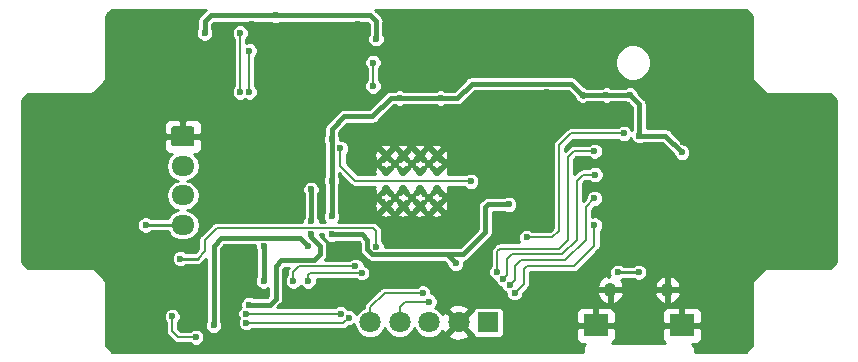
<source format=gbl>
G04 #@! TF.GenerationSoftware,KiCad,Pcbnew,(5.0.2)-1*
G04 #@! TF.CreationDate,2019-10-12T14:48:09+09:00*
G04 #@! TF.ProjectId,Barometer,4261726f-6d65-4746-9572-2e6b69636164,rev?*
G04 #@! TF.SameCoordinates,Original*
G04 #@! TF.FileFunction,Copper,L2,Bot*
G04 #@! TF.FilePolarity,Positive*
%FSLAX46Y46*%
G04 Gerber Fmt 4.6, Leading zero omitted, Abs format (unit mm)*
G04 Created by KiCad (PCBNEW (5.0.2)-1) date 2019/10/12 14:48:09*
%MOMM*%
%LPD*%
G01*
G04 APERTURE LIST*
G04 #@! TA.AperFunction,ComponentPad*
%ADD10R,1.800000X1.800000*%
G04 #@! TD*
G04 #@! TA.AperFunction,ComponentPad*
%ADD11C,1.800000*%
G04 #@! TD*
G04 #@! TA.AperFunction,ComponentPad*
%ADD12O,1.050000X1.250000*%
G04 #@! TD*
G04 #@! TA.AperFunction,ComponentPad*
%ADD13R,2.100000X1.900000*%
G04 #@! TD*
G04 #@! TA.AperFunction,Conductor*
%ADD14C,0.100000*%
G04 #@! TD*
G04 #@! TA.AperFunction,ComponentPad*
%ADD15C,1.700000*%
G04 #@! TD*
G04 #@! TA.AperFunction,ComponentPad*
%ADD16O,1.950000X1.700000*%
G04 #@! TD*
G04 #@! TA.AperFunction,ComponentPad*
%ADD17C,0.712500*%
G04 #@! TD*
G04 #@! TA.AperFunction,ViaPad*
%ADD18C,0.600000*%
G04 #@! TD*
G04 #@! TA.AperFunction,Conductor*
%ADD19C,0.400000*%
G04 #@! TD*
G04 #@! TA.AperFunction,Conductor*
%ADD20C,0.200000*%
G04 #@! TD*
G04 #@! TA.AperFunction,Conductor*
%ADD21C,0.250000*%
G04 #@! TD*
G04 #@! TA.AperFunction,Conductor*
%ADD22C,0.254000*%
G04 #@! TD*
G04 APERTURE END LIST*
D10*
G04 #@! TO.P,J2,1*
G04 #@! TO.N,Net-(J2-Pad1)*
X155000000Y-102000000D03*
D11*
G04 #@! TO.P,J2,2*
G04 #@! TO.N,GND*
X152500000Y-102000000D03*
G04 #@! TO.P,J2,3*
G04 #@! TO.N,/XRES*
X150000000Y-102000000D03*
G04 #@! TO.P,J2,4*
G04 #@! TO.N,/SCLK*
X147500000Y-102000000D03*
G04 #@! TO.P,J2,5*
G04 #@! TO.N,/SWDIO*
X145000000Y-102000000D03*
G04 #@! TD*
D12*
G04 #@! TO.P,J3,5*
G04 #@! TO.N,GND*
X165325000Y-99250000D03*
X170175000Y-99250000D03*
D13*
X164100000Y-102250000D03*
X171400000Y-102250000D03*
G04 #@! TD*
D14*
G04 #@! TO.N,GND*
G04 #@! TO.C,J4*
G36*
X129899504Y-85401204D02*
X129923773Y-85404804D01*
X129947571Y-85410765D01*
X129970671Y-85419030D01*
X129992849Y-85429520D01*
X130013893Y-85442133D01*
X130033598Y-85456747D01*
X130051777Y-85473223D01*
X130068253Y-85491402D01*
X130082867Y-85511107D01*
X130095480Y-85532151D01*
X130105970Y-85554329D01*
X130114235Y-85577429D01*
X130120196Y-85601227D01*
X130123796Y-85625496D01*
X130125000Y-85650000D01*
X130125000Y-86850000D01*
X130123796Y-86874504D01*
X130120196Y-86898773D01*
X130114235Y-86922571D01*
X130105970Y-86945671D01*
X130095480Y-86967849D01*
X130082867Y-86988893D01*
X130068253Y-87008598D01*
X130051777Y-87026777D01*
X130033598Y-87043253D01*
X130013893Y-87057867D01*
X129992849Y-87070480D01*
X129970671Y-87080970D01*
X129947571Y-87089235D01*
X129923773Y-87095196D01*
X129899504Y-87098796D01*
X129875000Y-87100000D01*
X128425000Y-87100000D01*
X128400496Y-87098796D01*
X128376227Y-87095196D01*
X128352429Y-87089235D01*
X128329329Y-87080970D01*
X128307151Y-87070480D01*
X128286107Y-87057867D01*
X128266402Y-87043253D01*
X128248223Y-87026777D01*
X128231747Y-87008598D01*
X128217133Y-86988893D01*
X128204520Y-86967849D01*
X128194030Y-86945671D01*
X128185765Y-86922571D01*
X128179804Y-86898773D01*
X128176204Y-86874504D01*
X128175000Y-86850000D01*
X128175000Y-85650000D01*
X128176204Y-85625496D01*
X128179804Y-85601227D01*
X128185765Y-85577429D01*
X128194030Y-85554329D01*
X128204520Y-85532151D01*
X128217133Y-85511107D01*
X128231747Y-85491402D01*
X128248223Y-85473223D01*
X128266402Y-85456747D01*
X128286107Y-85442133D01*
X128307151Y-85429520D01*
X128329329Y-85419030D01*
X128352429Y-85410765D01*
X128376227Y-85404804D01*
X128400496Y-85401204D01*
X128425000Y-85400000D01*
X129875000Y-85400000D01*
X129899504Y-85401204D01*
X129899504Y-85401204D01*
G37*
D15*
G04 #@! TD*
G04 #@! TO.P,J4,1*
G04 #@! TO.N,GND*
X129150000Y-86250000D03*
D16*
G04 #@! TO.P,J4,2*
G04 #@! TO.N,VCC*
X129150000Y-88750000D03*
G04 #@! TO.P,J4,3*
G04 #@! TO.N,/CAN_H*
X129150000Y-91250000D03*
G04 #@! TO.P,J4,4*
G04 #@! TO.N,/CAN_L*
X129150000Y-93750000D03*
G04 #@! TD*
D17*
G04 #@! TO.P,U1,69*
G04 #@! TO.N,GND*
X146362500Y-92137500D03*
X147787500Y-92137500D03*
X149212500Y-92137500D03*
X150637500Y-92137500D03*
X146362500Y-90712500D03*
X147787500Y-90712500D03*
X149212500Y-90712500D03*
X150637500Y-90712500D03*
X146362500Y-89287500D03*
X147787500Y-89287500D03*
X149212500Y-89287500D03*
X150637500Y-89287500D03*
X146362500Y-87862500D03*
X147787500Y-87862500D03*
X149212500Y-87862500D03*
X150637500Y-87862500D03*
G04 #@! TD*
D18*
G04 #@! TO.N,GND*
X138000000Y-77500000D03*
X140000000Y-81500000D03*
X142000000Y-81500000D03*
X142000000Y-79500000D03*
X142000000Y-77500000D03*
X138000000Y-79500000D03*
X155000000Y-84000000D03*
X156500000Y-84000000D03*
X158000000Y-84000000D03*
X158000000Y-85750000D03*
X158000000Y-87250000D03*
X158000000Y-89000000D03*
X156500000Y-91000000D03*
X155000000Y-91000000D03*
X155000000Y-89750000D03*
X155000000Y-85250000D03*
X154250000Y-86250000D03*
X152600000Y-95100000D03*
X158000000Y-90000000D03*
X158000000Y-85000000D03*
X143500000Y-92000000D03*
X143500000Y-90750000D03*
X139000000Y-92250000D03*
X139000000Y-93250000D03*
X149750000Y-82000000D03*
X133000000Y-86000000D03*
X131750000Y-88000000D03*
X138000000Y-86500000D03*
X136000000Y-86250000D03*
X129250000Y-84000000D03*
X127250000Y-86250000D03*
X158250000Y-103250000D03*
X127750000Y-90000000D03*
X133000000Y-92250000D03*
X141250000Y-99000000D03*
X141250000Y-103000000D03*
X133750000Y-104250000D03*
X129250000Y-104000000D03*
X116000000Y-83000000D03*
X123000000Y-76000000D03*
X123000000Y-83000000D03*
X116000000Y-90000000D03*
X116000000Y-97000000D03*
X123000000Y-97000000D03*
X123000000Y-104000000D03*
X128000000Y-76000000D03*
X155000000Y-76000000D03*
X177000000Y-76000000D03*
X184000000Y-83000000D03*
X184000000Y-90000000D03*
X184000000Y-97000000D03*
X177000000Y-104000000D03*
X157000000Y-104000000D03*
X150000000Y-104000000D03*
X143000000Y-104000000D03*
X153500000Y-87500000D03*
X171000000Y-95000000D03*
X177000000Y-101000000D03*
X176500000Y-81500000D03*
X174500000Y-81500000D03*
X158050000Y-82925000D03*
X147700000Y-95225000D03*
X147575000Y-98225000D03*
X151150000Y-100625000D03*
X143950000Y-100775000D03*
X144000000Y-98750000D03*
X141150000Y-100500000D03*
X134150000Y-99225000D03*
X133700000Y-96800000D03*
X126500000Y-97000000D03*
X128300000Y-100200000D03*
X130300000Y-99200000D03*
X127600000Y-103500000D03*
X126500000Y-100400000D03*
X124900000Y-97700000D03*
X155600000Y-83000000D03*
X169750000Y-87500000D03*
X170750000Y-88500000D03*
X169000000Y-88500000D03*
X150750000Y-81000000D03*
X158000000Y-75750000D03*
X171500000Y-86750000D03*
X172500000Y-88250000D03*
X173000000Y-91000000D03*
X171500000Y-92500000D03*
X160500000Y-84250000D03*
X157000000Y-101500000D03*
X162000000Y-101750000D03*
X162000000Y-103750000D03*
X173500000Y-102250000D03*
X171500000Y-100250000D03*
X169050000Y-97550000D03*
X172500000Y-96750000D03*
X175250000Y-95000000D03*
X126500000Y-91250000D03*
X125000000Y-86500000D03*
X126750000Y-81750000D03*
X128500000Y-81500000D03*
X137000000Y-92500000D03*
X135250000Y-92500000D03*
X158000000Y-91000000D03*
X180000000Y-97000000D03*
X165750000Y-88250000D03*
X144000000Y-82250000D03*
X144000000Y-76750000D03*
X135000000Y-76750000D03*
X136000000Y-82250000D03*
X140000000Y-79500000D03*
X140000000Y-77500000D03*
X138095000Y-81405000D03*
X148500000Y-82000000D03*
X160000000Y-77500000D03*
X160000000Y-80000000D03*
X162500000Y-77500000D03*
X162500000Y-80000000D03*
X165000000Y-80000000D03*
X165000000Y-77500000D03*
X170000000Y-77500000D03*
X167500000Y-77500000D03*
X170000000Y-80000000D03*
X172500000Y-77500000D03*
X172500000Y-80000000D03*
X172500000Y-82500000D03*
X170000000Y-82500000D03*
X160000000Y-82500000D03*
X160000000Y-87500000D03*
X160000000Y-90000000D03*
X160000000Y-92500000D03*
X160000000Y-92500000D03*
X160000000Y-92500000D03*
X160000000Y-102500000D03*
X170000000Y-92000000D03*
X168750000Y-92000000D03*
X164000000Y-98500000D03*
X132750000Y-81750000D03*
X144000000Y-85750000D03*
X153250000Y-94000000D03*
X145000000Y-99500000D03*
G04 #@! TO.N,+3V3*
X134750000Y-100500000D03*
X141750000Y-90000000D03*
X141750000Y-93000000D03*
X141750000Y-86500000D03*
X152250000Y-97000000D03*
X151000000Y-83000000D03*
X141750000Y-94560000D03*
X140000000Y-90750000D03*
X140000000Y-93440000D03*
X140000000Y-94560000D03*
X131000000Y-77500000D03*
X145500000Y-78000000D03*
X147500000Y-83000000D03*
X167800000Y-86200000D03*
X171400000Y-87600000D03*
X163000000Y-82750000D03*
X156750000Y-92000000D03*
X167000000Y-82750000D03*
X165000000Y-82750000D03*
X137000000Y-76000000D03*
G04 #@! TO.N,Net-(C9-Pad2)*
X142493861Y-87258770D03*
X153538477Y-90052914D03*
G04 #@! TO.N,VCC*
X136000000Y-95500000D03*
X136000000Y-98500000D03*
G04 #@! TO.N,+5V*
X139750000Y-95500000D03*
X131750000Y-102250000D03*
G04 #@! TO.N,Net-(J3-Pad3)*
X166000000Y-97750000D03*
X167750000Y-97750000D03*
G04 #@! TO.N,/CAN_L*
X126000000Y-93750000D03*
G04 #@! TO.N,/CAN_TXD*
X143179767Y-101589883D03*
X134517736Y-102024224D03*
X128250000Y-101500000D03*
X130250000Y-103250000D03*
G04 #@! TO.N,/CAN_STB*
X145500000Y-95590000D03*
X128936342Y-96595010D03*
G04 #@! TO.N,/LPS_MOSI*
X155750000Y-97750000D03*
X164000000Y-87500000D03*
G04 #@! TO.N,/LPS_MISO*
X156287403Y-98287403D03*
X164060000Y-89500000D03*
G04 #@! TO.N,/LPS_CLK*
X158250000Y-94810000D03*
X166500000Y-86000000D03*
G04 #@! TO.N,/LPS_CS*
X156824806Y-98824806D03*
X164000000Y-91500000D03*
G04 #@! TO.N,/LPS_INT*
X157250000Y-99500000D03*
X164000000Y-93750000D03*
G04 #@! TO.N,/CAN_RXD*
X142500000Y-101250000D03*
X134500000Y-101250000D03*
G04 #@! TO.N,/SCLK*
X150000000Y-100250000D03*
G04 #@! TO.N,/SWDIO*
X149460000Y-99500000D03*
G04 #@! TO.N,/LED_2*
X144287403Y-97810000D03*
X139750000Y-98500000D03*
G04 #@! TO.N,/LED_1*
X143750000Y-97250000D03*
X138500000Y-98500000D03*
G04 #@! TO.N,/Flash_MISO*
X134760003Y-82500000D03*
X134750000Y-79000000D03*
G04 #@! TO.N,/Flash_CS*
X134000000Y-82500000D03*
X134000000Y-77500000D03*
G04 #@! TO.N,/Flash_CLK*
X145250000Y-82000000D03*
X145250000Y-80000000D03*
G04 #@! TD*
D19*
G04 #@! TO.N,+3V3*
X141750000Y-90000000D02*
X141750000Y-93000000D01*
X141750000Y-90000000D02*
X141750000Y-86500000D01*
X151500000Y-96250000D02*
X152250000Y-97000000D01*
X151500000Y-96250000D02*
X152850000Y-96250000D01*
X154750000Y-94350000D02*
X154750000Y-93750000D01*
X152850000Y-96250000D02*
X154750000Y-94350000D01*
X148000000Y-83000000D02*
X151000000Y-83000000D01*
X140000000Y-94750000D02*
X140750000Y-95500000D01*
X140750000Y-95500000D02*
X140750000Y-96250000D01*
X140750000Y-96250000D02*
X140250000Y-96750000D01*
X140250000Y-96750000D02*
X137500000Y-96750000D01*
X137500000Y-96750000D02*
X137000000Y-97250000D01*
X134750000Y-100500000D02*
X136500000Y-100500000D01*
X137000000Y-100000000D02*
X137000000Y-99250000D01*
X136500000Y-100500000D02*
X137000000Y-100000000D01*
X137000000Y-97250000D02*
X137000000Y-99250000D01*
X137000000Y-99250000D02*
X137000000Y-99750000D01*
X141750000Y-86500000D02*
X141750000Y-85600000D01*
X141750000Y-85600000D02*
X142800000Y-84550000D01*
X146750000Y-83000000D02*
X145200000Y-84550000D01*
X148000000Y-83000000D02*
X146750000Y-83000000D01*
X142800000Y-84550000D02*
X145200000Y-84550000D01*
X141750000Y-94560000D02*
X144310000Y-94560000D01*
X144310000Y-94560000D02*
X144750000Y-95000000D01*
X145183198Y-96250000D02*
X145500000Y-96250000D01*
X144750000Y-95816802D02*
X145183198Y-96250000D01*
X144750000Y-95000000D02*
X144750000Y-95816802D01*
X151500000Y-96250000D02*
X145500000Y-96250000D01*
X140000000Y-90750000D02*
X140000000Y-93440000D01*
X140000000Y-94560000D02*
X140000000Y-94750000D01*
X131500000Y-76000000D02*
X131000000Y-76500000D01*
X131000000Y-76500000D02*
X131000000Y-77500000D01*
X145500000Y-76500000D02*
X145000000Y-76000000D01*
X145500000Y-78000000D02*
X145500000Y-76500000D01*
X145000000Y-76000000D02*
X137000000Y-76000000D01*
X167800000Y-86200000D02*
X170000000Y-86200000D01*
X170000000Y-86200000D02*
X171400000Y-87600000D01*
X162000000Y-81800000D02*
X163000000Y-82800000D01*
X153600000Y-81800000D02*
X162000000Y-81800000D01*
X151000000Y-83000000D02*
X152400000Y-83000000D01*
X152400000Y-83000000D02*
X153600000Y-81800000D01*
X154750000Y-93750000D02*
X154750000Y-93250000D01*
X154750000Y-93250000D02*
X154750000Y-92250000D01*
X154750000Y-92250000D02*
X155000000Y-92000000D01*
X155000000Y-92000000D02*
X156750000Y-92000000D01*
X163000000Y-82750000D02*
X165000000Y-82750000D01*
X167800000Y-83550000D02*
X167800000Y-86200000D01*
X167000000Y-82750000D02*
X167800000Y-83550000D01*
X167000000Y-82750000D02*
X167000000Y-82750000D01*
X165000000Y-82750000D02*
X167000000Y-82750000D01*
X137000000Y-76000000D02*
X131500000Y-76000000D01*
D20*
G04 #@! TO.N,Net-(C9-Pad2)*
X152730000Y-90000000D02*
X153724955Y-90000000D01*
X143750000Y-90000000D02*
X152730000Y-90000000D01*
X142493861Y-88743861D02*
X143750000Y-90000000D01*
X142493861Y-87258770D02*
X142493861Y-88743861D01*
D19*
G04 #@! TO.N,VCC*
X136000000Y-95500000D02*
X136000000Y-98500000D01*
G04 #@! TO.N,+5V*
X139089999Y-94839999D02*
X132410001Y-94839999D01*
X139750000Y-95500000D02*
X139089999Y-94839999D01*
X132410001Y-94839999D02*
X131750000Y-95500000D01*
X131750000Y-95500000D02*
X131750000Y-102250000D01*
D21*
G04 #@! TO.N,Net-(J3-Pad3)*
X166000000Y-97750000D02*
X167750000Y-97750000D01*
G04 #@! TO.N,/CAN_L*
X129150000Y-93750000D02*
X126464990Y-93750000D01*
X126464990Y-93750000D02*
X126000000Y-93750000D01*
D20*
G04 #@! TO.N,/CAN_TXD*
X143179767Y-101589883D02*
X142745426Y-102024224D01*
X142745426Y-102024224D02*
X134517736Y-102024224D01*
X130250000Y-103250000D02*
X128750000Y-103250000D01*
X128250000Y-102750000D02*
X128250000Y-101500000D01*
X128750000Y-103250000D02*
X128250000Y-102750000D01*
G04 #@! TO.N,/CAN_STB*
X145500000Y-95590000D02*
X145500000Y-95165736D01*
X145500000Y-95165736D02*
X145500000Y-94250000D01*
X145500000Y-94250000D02*
X145250000Y-94000000D01*
X145250000Y-94000000D02*
X132599448Y-94000000D01*
X132599448Y-94000000D02*
X132000000Y-94000000D01*
X132000000Y-94000000D02*
X131000000Y-95000000D01*
X131000000Y-95000000D02*
X131000000Y-96000000D01*
X131000000Y-96000000D02*
X130404990Y-96595010D01*
D21*
X130404990Y-96595010D02*
X128936342Y-96595010D01*
D20*
G04 #@! TO.N,/LPS_MOSI*
X162250000Y-87500000D02*
X164000000Y-87500000D01*
X156000000Y-95750000D02*
X161000000Y-95750000D01*
X161000000Y-95750000D02*
X161750000Y-95000000D01*
X155750000Y-96000000D02*
X156000000Y-95750000D01*
X161750000Y-95000000D02*
X161750000Y-88000000D01*
X155750000Y-97750000D02*
X155750000Y-96000000D01*
X161750000Y-88000000D02*
X162250000Y-87500000D01*
G04 #@! TO.N,/LPS_MISO*
X156587402Y-97987404D02*
X156587402Y-96662598D01*
X156287403Y-98287403D02*
X156587402Y-97987404D01*
X156587402Y-96662598D02*
X157000000Y-96250000D01*
X157000000Y-96250000D02*
X161250000Y-96250000D01*
X161250000Y-96250000D02*
X162500000Y-95000000D01*
X162500000Y-95000000D02*
X162500000Y-90000000D01*
X163000000Y-89500000D02*
X164060000Y-89500000D01*
X162500000Y-90000000D02*
X163000000Y-89500000D01*
G04 #@! TO.N,/LPS_CLK*
X161000000Y-92000000D02*
X161000000Y-87000000D01*
X161000000Y-87000000D02*
X162000000Y-86000000D01*
X162000000Y-86000000D02*
X166500000Y-86000000D01*
X158250000Y-94810000D02*
X160440000Y-94810000D01*
X161000000Y-94250000D02*
X161000000Y-92000000D01*
X160440000Y-94810000D02*
X161000000Y-94250000D01*
G04 #@! TO.N,/LPS_CS*
X156824806Y-98824806D02*
X157250000Y-98399612D01*
X157250000Y-98399612D02*
X157250000Y-97250000D01*
X157250000Y-97250000D02*
X157750000Y-96750000D01*
X157750000Y-96750000D02*
X161500000Y-96750000D01*
X161500000Y-96750000D02*
X163250000Y-95000000D01*
X163250000Y-95000000D02*
X163250000Y-92250000D01*
X163250000Y-92250000D02*
X164000000Y-91500000D01*
G04 #@! TO.N,/LPS_INT*
X157250000Y-99500000D02*
X158000000Y-98750000D01*
X158000000Y-98750000D02*
X158000000Y-97500000D01*
X158000000Y-97500000D02*
X158250000Y-97250000D01*
X158250000Y-97250000D02*
X162250000Y-97250000D01*
X162250000Y-97250000D02*
X164000000Y-95500000D01*
X164000000Y-95500000D02*
X164000000Y-93750000D01*
G04 #@! TO.N,/CAN_RXD*
X142500000Y-101250000D02*
X134500000Y-101250000D01*
G04 #@! TO.N,/SCLK*
X147500000Y-100727208D02*
X147977208Y-100250000D01*
X147500000Y-102000000D02*
X147500000Y-100727208D01*
X147977208Y-100250000D02*
X150000000Y-100250000D01*
G04 #@! TO.N,/SWDIO*
X145000000Y-100727208D02*
X146227208Y-99500000D01*
X145000000Y-102000000D02*
X145000000Y-100727208D01*
X146227208Y-99500000D02*
X149460000Y-99500000D01*
G04 #@! TO.N,/LED_2*
X144287403Y-97810000D02*
X141610003Y-97810000D01*
X141610003Y-97810000D02*
X139940000Y-97810000D01*
X139940000Y-97810000D02*
X139750000Y-98000000D01*
X139750000Y-98000000D02*
X139750000Y-98500000D01*
G04 #@! TO.N,/LED_1*
X143750000Y-97250000D02*
X141410000Y-97250000D01*
X141410000Y-97250000D02*
X139000000Y-97250000D01*
X139000000Y-97250000D02*
X138500000Y-97750000D01*
X138500000Y-97750000D02*
X138500000Y-98500000D01*
G04 #@! TO.N,/Flash_MISO*
X134760003Y-82500000D02*
X134760003Y-79010003D01*
X134760003Y-79010003D02*
X134750000Y-79000000D01*
G04 #@! TO.N,/Flash_CS*
X134000000Y-82500000D02*
X134000000Y-77500000D01*
G04 #@! TO.N,/Flash_CLK*
X145250000Y-82000000D02*
X145250000Y-80000000D01*
G04 #@! TD*
D22*
G04 #@! TO.N,GND*
G36*
X131047959Y-75547959D02*
X131012979Y-75600310D01*
X130600310Y-76012979D01*
X130547959Y-76047959D01*
X130409380Y-76255358D01*
X130373000Y-76438251D01*
X130373000Y-76438254D01*
X130360718Y-76500000D01*
X130373000Y-76561747D01*
X130373001Y-77113967D01*
X130273000Y-77355391D01*
X130273000Y-77644609D01*
X130383679Y-77911813D01*
X130588187Y-78116321D01*
X130855391Y-78227000D01*
X131144609Y-78227000D01*
X131411813Y-78116321D01*
X131616321Y-77911813D01*
X131727000Y-77644609D01*
X131727000Y-77355391D01*
X133273000Y-77355391D01*
X133273000Y-77644609D01*
X133383679Y-77911813D01*
X133473001Y-78001135D01*
X133473000Y-81998866D01*
X133383679Y-82088187D01*
X133273000Y-82355391D01*
X133273000Y-82644609D01*
X133383679Y-82911813D01*
X133588187Y-83116321D01*
X133855391Y-83227000D01*
X134144609Y-83227000D01*
X134380002Y-83129498D01*
X134615394Y-83227000D01*
X134904612Y-83227000D01*
X135171816Y-83116321D01*
X135376324Y-82911813D01*
X135487003Y-82644609D01*
X135487003Y-82355391D01*
X135376324Y-82088187D01*
X135287003Y-81998866D01*
X135287003Y-79855391D01*
X144523000Y-79855391D01*
X144523000Y-80144609D01*
X144633679Y-80411813D01*
X144723001Y-80501135D01*
X144723000Y-81498866D01*
X144633679Y-81588187D01*
X144523000Y-81855391D01*
X144523000Y-82144609D01*
X144633679Y-82411813D01*
X144838187Y-82616321D01*
X145105391Y-82727000D01*
X145394609Y-82727000D01*
X145661813Y-82616321D01*
X145866321Y-82411813D01*
X145977000Y-82144609D01*
X145977000Y-81855391D01*
X145866321Y-81588187D01*
X145777000Y-81498866D01*
X145777000Y-80501134D01*
X145866321Y-80411813D01*
X145977000Y-80144609D01*
X145977000Y-79855391D01*
X145911087Y-79696261D01*
X165723000Y-79696261D01*
X165723000Y-80303739D01*
X165955472Y-80864976D01*
X166385024Y-81294528D01*
X166946261Y-81527000D01*
X167553739Y-81527000D01*
X168114976Y-81294528D01*
X168544528Y-80864976D01*
X168777000Y-80303739D01*
X168777000Y-79696261D01*
X168544528Y-79135024D01*
X168114976Y-78705472D01*
X167553739Y-78473000D01*
X166946261Y-78473000D01*
X166385024Y-78705472D01*
X165955472Y-79135024D01*
X165723000Y-79696261D01*
X145911087Y-79696261D01*
X145866321Y-79588187D01*
X145661813Y-79383679D01*
X145394609Y-79273000D01*
X145105391Y-79273000D01*
X144838187Y-79383679D01*
X144633679Y-79588187D01*
X144523000Y-79855391D01*
X135287003Y-79855391D01*
X135287003Y-79491131D01*
X135366321Y-79411813D01*
X135477000Y-79144609D01*
X135477000Y-78855391D01*
X135366321Y-78588187D01*
X135161813Y-78383679D01*
X134894609Y-78273000D01*
X134605391Y-78273000D01*
X134527000Y-78305470D01*
X134527000Y-78001134D01*
X134616321Y-77911813D01*
X134727000Y-77644609D01*
X134727000Y-77355391D01*
X134616321Y-77088187D01*
X134411813Y-76883679D01*
X134144609Y-76773000D01*
X133855391Y-76773000D01*
X133588187Y-76883679D01*
X133383679Y-77088187D01*
X133273000Y-77355391D01*
X131727000Y-77355391D01*
X131627000Y-77113969D01*
X131627000Y-76759711D01*
X131759711Y-76627000D01*
X136613969Y-76627000D01*
X136855391Y-76727000D01*
X137144609Y-76727000D01*
X137386031Y-76627000D01*
X144740289Y-76627000D01*
X144873001Y-76759712D01*
X144873000Y-77613968D01*
X144773000Y-77855391D01*
X144773000Y-78144609D01*
X144883679Y-78411813D01*
X145088187Y-78616321D01*
X145355391Y-78727000D01*
X145644609Y-78727000D01*
X145911813Y-78616321D01*
X146116321Y-78411813D01*
X146227000Y-78144609D01*
X146227000Y-77855391D01*
X146127000Y-77613969D01*
X146127000Y-76561746D01*
X146139282Y-76500000D01*
X146127000Y-76438254D01*
X146127000Y-76438250D01*
X146090620Y-76255357D01*
X145952041Y-76047959D01*
X145899690Y-76012979D01*
X145487021Y-75600310D01*
X145452041Y-75547959D01*
X145420674Y-75527000D01*
X176847394Y-75527000D01*
X177373000Y-76052606D01*
X177373000Y-81500000D01*
X177382667Y-81548601D01*
X177410197Y-81589803D01*
X178410197Y-82589803D01*
X178451399Y-82617333D01*
X178500000Y-82627000D01*
X183947394Y-82627000D01*
X184473000Y-83152606D01*
X184473001Y-96847393D01*
X183947394Y-97373000D01*
X178500000Y-97373000D01*
X178451399Y-97382667D01*
X178410197Y-97410197D01*
X177410197Y-98410197D01*
X177382667Y-98451399D01*
X177373000Y-98500000D01*
X177373000Y-103947394D01*
X176822394Y-104498000D01*
X172502000Y-104498000D01*
X172502000Y-104299439D01*
X172511834Y-104250000D01*
X172472873Y-104054130D01*
X172361921Y-103888079D01*
X172282483Y-103835000D01*
X172576309Y-103835000D01*
X172809698Y-103738327D01*
X172988327Y-103559699D01*
X173085000Y-103326310D01*
X173085000Y-102535750D01*
X172926250Y-102377000D01*
X171527000Y-102377000D01*
X171527000Y-102397000D01*
X171273000Y-102397000D01*
X171273000Y-102377000D01*
X169873750Y-102377000D01*
X169715000Y-102535750D01*
X169715000Y-103326310D01*
X169811673Y-103559699D01*
X169990302Y-103738327D01*
X170013655Y-103748000D01*
X165486345Y-103748000D01*
X165509698Y-103738327D01*
X165688327Y-103559699D01*
X165785000Y-103326310D01*
X165785000Y-102535750D01*
X165626250Y-102377000D01*
X164227000Y-102377000D01*
X164227000Y-102397000D01*
X163973000Y-102397000D01*
X163973000Y-102377000D01*
X162573750Y-102377000D01*
X162415000Y-102535750D01*
X162415000Y-103326310D01*
X162511673Y-103559699D01*
X162690302Y-103738327D01*
X162923691Y-103835000D01*
X163217517Y-103835000D01*
X163138079Y-103888079D01*
X163027127Y-104054130D01*
X162988166Y-104250000D01*
X162998000Y-104299439D01*
X162998000Y-104473000D01*
X123152606Y-104473000D01*
X122627000Y-103947394D01*
X122627000Y-101355391D01*
X127523000Y-101355391D01*
X127523000Y-101644609D01*
X127633679Y-101911813D01*
X127723001Y-102001135D01*
X127723000Y-102698102D01*
X127712677Y-102750000D01*
X127723000Y-102801898D01*
X127723000Y-102801902D01*
X127753577Y-102955624D01*
X127765966Y-102974165D01*
X127827734Y-103066607D01*
X127870055Y-103129945D01*
X127914055Y-103159345D01*
X128340656Y-103585947D01*
X128370055Y-103629945D01*
X128414052Y-103659343D01*
X128414055Y-103659346D01*
X128544374Y-103746423D01*
X128576387Y-103752791D01*
X128698097Y-103777000D01*
X128698101Y-103777000D01*
X128750000Y-103787323D01*
X128801899Y-103777000D01*
X129748866Y-103777000D01*
X129838187Y-103866321D01*
X130105391Y-103977000D01*
X130394609Y-103977000D01*
X130661813Y-103866321D01*
X130866321Y-103661813D01*
X130977000Y-103394609D01*
X130977000Y-103105391D01*
X130866321Y-102838187D01*
X130661813Y-102633679D01*
X130394609Y-102523000D01*
X130105391Y-102523000D01*
X129838187Y-102633679D01*
X129748866Y-102723000D01*
X128968291Y-102723000D01*
X128777000Y-102531710D01*
X128777000Y-102001134D01*
X128866321Y-101911813D01*
X128977000Y-101644609D01*
X128977000Y-101355391D01*
X128866321Y-101088187D01*
X128661813Y-100883679D01*
X128394609Y-100773000D01*
X128105391Y-100773000D01*
X127838187Y-100883679D01*
X127633679Y-101088187D01*
X127523000Y-101355391D01*
X122627000Y-101355391D01*
X122627000Y-98500000D01*
X122617333Y-98451399D01*
X122589803Y-98410197D01*
X121589803Y-97410197D01*
X121548601Y-97382667D01*
X121500000Y-97373000D01*
X116052606Y-97373000D01*
X115527000Y-96847394D01*
X115527000Y-96450401D01*
X128209342Y-96450401D01*
X128209342Y-96739619D01*
X128320021Y-97006823D01*
X128524529Y-97211331D01*
X128791733Y-97322010D01*
X129080951Y-97322010D01*
X129348155Y-97211331D01*
X129412476Y-97147010D01*
X130459355Y-97147010D01*
X130620370Y-97114982D01*
X130802960Y-96992980D01*
X130904950Y-96840340D01*
X131123000Y-96622290D01*
X131123001Y-101863966D01*
X131023000Y-102105391D01*
X131023000Y-102394609D01*
X131133679Y-102661813D01*
X131338187Y-102866321D01*
X131605391Y-102977000D01*
X131894609Y-102977000D01*
X132161813Y-102866321D01*
X132366321Y-102661813D01*
X132477000Y-102394609D01*
X132477000Y-102105391D01*
X132377000Y-101863969D01*
X132377000Y-95759711D01*
X132669713Y-95466999D01*
X135273000Y-95466999D01*
X135273000Y-95644609D01*
X135373000Y-95886032D01*
X135373001Y-98113966D01*
X135273000Y-98355391D01*
X135273000Y-98644609D01*
X135383679Y-98911813D01*
X135588187Y-99116321D01*
X135855391Y-99227000D01*
X136144609Y-99227000D01*
X136373001Y-99132397D01*
X136373001Y-99188245D01*
X136373000Y-99188250D01*
X136373000Y-99740289D01*
X136240289Y-99873000D01*
X135136031Y-99873000D01*
X134894609Y-99773000D01*
X134605391Y-99773000D01*
X134338187Y-99883679D01*
X134133679Y-100088187D01*
X134023000Y-100355391D01*
X134023000Y-100644609D01*
X134038891Y-100682975D01*
X133883679Y-100838187D01*
X133773000Y-101105391D01*
X133773000Y-101394609D01*
X133882316Y-101658521D01*
X133790736Y-101879615D01*
X133790736Y-102168833D01*
X133901415Y-102436037D01*
X134105923Y-102640545D01*
X134373127Y-102751224D01*
X134662345Y-102751224D01*
X134929549Y-102640545D01*
X135018870Y-102551224D01*
X142693528Y-102551224D01*
X142745426Y-102561547D01*
X142797324Y-102551224D01*
X142797329Y-102551224D01*
X142951051Y-102520647D01*
X143125371Y-102404169D01*
X143154771Y-102360169D01*
X143198057Y-102316883D01*
X143324376Y-102316883D01*
X143591580Y-102206204D01*
X143673000Y-102124784D01*
X143673000Y-102263957D01*
X143875024Y-102751685D01*
X144248315Y-103124976D01*
X144736043Y-103327000D01*
X145263957Y-103327000D01*
X145751685Y-103124976D01*
X146124976Y-102751685D01*
X146250000Y-102449851D01*
X146375024Y-102751685D01*
X146748315Y-103124976D01*
X147236043Y-103327000D01*
X147763957Y-103327000D01*
X148251685Y-103124976D01*
X148624976Y-102751685D01*
X148750000Y-102449851D01*
X148875024Y-102751685D01*
X149248315Y-103124976D01*
X149736043Y-103327000D01*
X150263957Y-103327000D01*
X150751685Y-103124976D01*
X150796502Y-103080159D01*
X151599446Y-103080159D01*
X151685852Y-103336643D01*
X152259336Y-103546458D01*
X152869460Y-103520839D01*
X153314148Y-103336643D01*
X153400554Y-103080159D01*
X152500000Y-102179605D01*
X151599446Y-103080159D01*
X150796502Y-103080159D01*
X151124976Y-102751685D01*
X151131230Y-102736587D01*
X151163357Y-102814148D01*
X151419841Y-102900554D01*
X152320395Y-102000000D01*
X152679605Y-102000000D01*
X153580159Y-102900554D01*
X153664635Y-102872095D01*
X153664635Y-102900000D01*
X153697775Y-103066607D01*
X153792150Y-103207850D01*
X153933393Y-103302225D01*
X154100000Y-103335365D01*
X155900000Y-103335365D01*
X156066607Y-103302225D01*
X156207850Y-103207850D01*
X156302225Y-103066607D01*
X156335365Y-102900000D01*
X156335365Y-101173690D01*
X162415000Y-101173690D01*
X162415000Y-101964250D01*
X162573750Y-102123000D01*
X163973000Y-102123000D01*
X163973000Y-100823750D01*
X164227000Y-100823750D01*
X164227000Y-102123000D01*
X165626250Y-102123000D01*
X165785000Y-101964250D01*
X165785000Y-101173690D01*
X169715000Y-101173690D01*
X169715000Y-101964250D01*
X169873750Y-102123000D01*
X171273000Y-102123000D01*
X171273000Y-100823750D01*
X171527000Y-100823750D01*
X171527000Y-102123000D01*
X172926250Y-102123000D01*
X173085000Y-101964250D01*
X173085000Y-101173690D01*
X172988327Y-100940301D01*
X172809698Y-100761673D01*
X172576309Y-100665000D01*
X171685750Y-100665000D01*
X171527000Y-100823750D01*
X171273000Y-100823750D01*
X171114250Y-100665000D01*
X170223691Y-100665000D01*
X169990302Y-100761673D01*
X169811673Y-100940301D01*
X169715000Y-101173690D01*
X165785000Y-101173690D01*
X165688327Y-100940301D01*
X165509698Y-100761673D01*
X165276309Y-100665000D01*
X164385750Y-100665000D01*
X164227000Y-100823750D01*
X163973000Y-100823750D01*
X163814250Y-100665000D01*
X162923691Y-100665000D01*
X162690302Y-100761673D01*
X162511673Y-100940301D01*
X162415000Y-101173690D01*
X156335365Y-101173690D01*
X156335365Y-101100000D01*
X156302225Y-100933393D01*
X156207850Y-100792150D01*
X156066607Y-100697775D01*
X155900000Y-100664635D01*
X154100000Y-100664635D01*
X153933393Y-100697775D01*
X153792150Y-100792150D01*
X153697775Y-100933393D01*
X153664635Y-101100000D01*
X153664635Y-101127905D01*
X153580159Y-101099446D01*
X152679605Y-102000000D01*
X152320395Y-102000000D01*
X151419841Y-101099446D01*
X151163357Y-101185852D01*
X151133221Y-101268221D01*
X151124976Y-101248315D01*
X150796502Y-100919841D01*
X151599446Y-100919841D01*
X152500000Y-101820395D01*
X153400554Y-100919841D01*
X153314148Y-100663357D01*
X152740664Y-100453542D01*
X152130540Y-100479161D01*
X151685852Y-100663357D01*
X151599446Y-100919841D01*
X150796502Y-100919841D01*
X150751685Y-100875024D01*
X150505205Y-100772929D01*
X150616321Y-100661813D01*
X150727000Y-100394609D01*
X150727000Y-100105391D01*
X150616321Y-99838187D01*
X150411813Y-99633679D01*
X150187000Y-99540559D01*
X150187000Y-99355391D01*
X150076321Y-99088187D01*
X149871813Y-98883679D01*
X149604609Y-98773000D01*
X149315391Y-98773000D01*
X149048187Y-98883679D01*
X148958866Y-98973000D01*
X146279105Y-98973000D01*
X146227207Y-98962677D01*
X146175309Y-98973000D01*
X146175305Y-98973000D01*
X146021583Y-99003577D01*
X146018918Y-99005358D01*
X145891263Y-99090654D01*
X145891260Y-99090657D01*
X145847263Y-99120055D01*
X145817864Y-99164053D01*
X144664053Y-100317865D01*
X144620056Y-100347263D01*
X144590658Y-100391260D01*
X144590654Y-100391264D01*
X144517999Y-100500000D01*
X144503578Y-100521583D01*
X144473460Y-100673000D01*
X144462677Y-100727208D01*
X144473001Y-100779110D01*
X144473001Y-100781956D01*
X144248315Y-100875024D01*
X143875024Y-101248315D01*
X143850104Y-101308477D01*
X143796088Y-101178070D01*
X143591580Y-100973562D01*
X143324376Y-100862883D01*
X143126550Y-100862883D01*
X143116321Y-100838187D01*
X142911813Y-100633679D01*
X142644609Y-100523000D01*
X142355391Y-100523000D01*
X142088187Y-100633679D01*
X141998866Y-100723000D01*
X137163711Y-100723000D01*
X137399691Y-100487020D01*
X137452041Y-100452041D01*
X137590620Y-100244643D01*
X137627000Y-100061750D01*
X137627000Y-100061746D01*
X137639282Y-100000000D01*
X137627000Y-99938254D01*
X137627000Y-97509711D01*
X137759711Y-97377000D01*
X138115414Y-97377000D01*
X138090655Y-97414055D01*
X138090654Y-97414056D01*
X138062879Y-97455625D01*
X138003577Y-97544376D01*
X137973000Y-97698098D01*
X137973000Y-97698102D01*
X137962677Y-97750000D01*
X137973000Y-97801898D01*
X137973000Y-97998866D01*
X137883679Y-98088187D01*
X137773000Y-98355391D01*
X137773000Y-98644609D01*
X137883679Y-98911813D01*
X138088187Y-99116321D01*
X138355391Y-99227000D01*
X138644609Y-99227000D01*
X138911813Y-99116321D01*
X139116321Y-98911813D01*
X139125000Y-98890860D01*
X139133679Y-98911813D01*
X139338187Y-99116321D01*
X139605391Y-99227000D01*
X139894609Y-99227000D01*
X140161813Y-99116321D01*
X140366321Y-98911813D01*
X140477000Y-98644609D01*
X140477000Y-98355391D01*
X140469382Y-98337000D01*
X143786269Y-98337000D01*
X143875590Y-98426321D01*
X144142794Y-98537000D01*
X144432012Y-98537000D01*
X144699216Y-98426321D01*
X144903724Y-98221813D01*
X145014403Y-97954609D01*
X145014403Y-97665391D01*
X144903724Y-97398187D01*
X144699216Y-97193679D01*
X144475122Y-97100857D01*
X144366321Y-96838187D01*
X144161813Y-96633679D01*
X143894609Y-96523000D01*
X143605391Y-96523000D01*
X143338187Y-96633679D01*
X143248866Y-96723000D01*
X141170674Y-96723000D01*
X141202041Y-96702041D01*
X141340620Y-96494643D01*
X141377000Y-96311750D01*
X141377000Y-96311746D01*
X141389282Y-96250000D01*
X141377000Y-96188254D01*
X141377000Y-95561745D01*
X141389282Y-95499999D01*
X141377000Y-95438251D01*
X141377000Y-95438250D01*
X141340620Y-95255357D01*
X141307390Y-95205625D01*
X141237019Y-95100307D01*
X141202041Y-95047959D01*
X141149694Y-95012982D01*
X140727000Y-94590289D01*
X140727000Y-94527000D01*
X141023000Y-94527000D01*
X141023000Y-94704609D01*
X141133679Y-94971813D01*
X141338187Y-95176321D01*
X141605391Y-95287000D01*
X141894609Y-95287000D01*
X142136031Y-95187000D01*
X144050289Y-95187000D01*
X144123000Y-95259712D01*
X144123000Y-95755056D01*
X144110718Y-95816802D01*
X144123000Y-95878548D01*
X144123000Y-95878552D01*
X144138331Y-95955625D01*
X144159380Y-96061444D01*
X144255720Y-96205626D01*
X144297960Y-96268843D01*
X144350307Y-96303820D01*
X144696178Y-96649692D01*
X144731157Y-96702041D01*
X144783505Y-96737019D01*
X144810950Y-96755357D01*
X144938555Y-96840620D01*
X145121448Y-96877000D01*
X145121452Y-96877000D01*
X145183197Y-96889282D01*
X145244942Y-96877000D01*
X151240289Y-96877000D01*
X151533679Y-97170391D01*
X151633679Y-97411813D01*
X151838187Y-97616321D01*
X152105391Y-97727000D01*
X152394609Y-97727000D01*
X152661813Y-97616321D01*
X152866321Y-97411813D01*
X152977000Y-97144609D01*
X152977000Y-96864021D01*
X153094643Y-96840620D01*
X153302041Y-96702041D01*
X153337021Y-96649690D01*
X155149691Y-94837020D01*
X155202041Y-94802041D01*
X155340620Y-94594643D01*
X155377000Y-94411750D01*
X155377000Y-94411746D01*
X155389282Y-94350000D01*
X155377000Y-94288254D01*
X155377000Y-92627000D01*
X156363969Y-92627000D01*
X156605391Y-92727000D01*
X156894609Y-92727000D01*
X157161813Y-92616321D01*
X157366321Y-92411813D01*
X157477000Y-92144609D01*
X157477000Y-91855391D01*
X157366321Y-91588187D01*
X157161813Y-91383679D01*
X156894609Y-91273000D01*
X156605391Y-91273000D01*
X156363969Y-91373000D01*
X155061744Y-91373000D01*
X154999999Y-91360718D01*
X154938254Y-91373000D01*
X154938250Y-91373000D01*
X154755357Y-91409380D01*
X154547959Y-91547959D01*
X154512979Y-91600310D01*
X154350308Y-91762981D01*
X154297960Y-91797959D01*
X154262982Y-91850307D01*
X154262981Y-91850308D01*
X154159380Y-92005358D01*
X154110718Y-92250000D01*
X154123001Y-92311751D01*
X154123000Y-93188249D01*
X154123000Y-94090289D01*
X152590289Y-95623000D01*
X151561746Y-95623000D01*
X151500000Y-95610718D01*
X151438254Y-95623000D01*
X146227000Y-95623000D01*
X146227000Y-95445391D01*
X146116321Y-95178187D01*
X146027000Y-95088866D01*
X146027000Y-94301897D01*
X146037323Y-94249999D01*
X146027000Y-94198101D01*
X146027000Y-94198097D01*
X145996423Y-94044375D01*
X145879945Y-93870055D01*
X145835942Y-93840653D01*
X145659346Y-93664056D01*
X145629945Y-93620055D01*
X145455625Y-93503577D01*
X145301903Y-93473000D01*
X145301898Y-93473000D01*
X145250000Y-93462677D01*
X145198102Y-93473000D01*
X142305134Y-93473000D01*
X142366321Y-93411813D01*
X142477000Y-93144609D01*
X142477000Y-92855391D01*
X142463571Y-92822970D01*
X145856635Y-92822970D01*
X145875897Y-93023317D01*
X146251925Y-93142103D01*
X146644787Y-93107947D01*
X146849103Y-93023317D01*
X146868365Y-92822970D01*
X147281635Y-92822970D01*
X147300897Y-93023317D01*
X147676925Y-93142103D01*
X148069787Y-93107947D01*
X148274103Y-93023317D01*
X148293365Y-92822970D01*
X148706635Y-92822970D01*
X148725897Y-93023317D01*
X149101925Y-93142103D01*
X149494787Y-93107947D01*
X149699103Y-93023317D01*
X149718365Y-92822970D01*
X150131635Y-92822970D01*
X150150897Y-93023317D01*
X150526925Y-93142103D01*
X150919787Y-93107947D01*
X151124103Y-93023317D01*
X151143365Y-92822970D01*
X150637500Y-92317105D01*
X150131635Y-92822970D01*
X149718365Y-92822970D01*
X149212500Y-92317105D01*
X148706635Y-92822970D01*
X148293365Y-92822970D01*
X147787500Y-92317105D01*
X147281635Y-92822970D01*
X146868365Y-92822970D01*
X146362500Y-92317105D01*
X145856635Y-92822970D01*
X142463571Y-92822970D01*
X142377000Y-92613969D01*
X142377000Y-92026925D01*
X145357897Y-92026925D01*
X145392053Y-92419787D01*
X145476683Y-92624103D01*
X145677030Y-92643365D01*
X146182895Y-92137500D01*
X146542105Y-92137500D01*
X146816354Y-92411749D01*
X146817053Y-92419787D01*
X146901683Y-92624103D01*
X147042220Y-92637615D01*
X147047970Y-92643365D01*
X147075000Y-92640766D01*
X147102030Y-92643365D01*
X147107780Y-92637615D01*
X147248317Y-92624103D01*
X147306973Y-92438422D01*
X147607895Y-92137500D01*
X147967105Y-92137500D01*
X148241354Y-92411749D01*
X148242053Y-92419787D01*
X148326683Y-92624103D01*
X148467220Y-92637615D01*
X148472970Y-92643365D01*
X148500000Y-92640766D01*
X148527030Y-92643365D01*
X148532780Y-92637615D01*
X148673317Y-92624103D01*
X148731973Y-92438422D01*
X149032895Y-92137500D01*
X149392105Y-92137500D01*
X149666354Y-92411749D01*
X149667053Y-92419787D01*
X149751683Y-92624103D01*
X149892220Y-92637615D01*
X149897970Y-92643365D01*
X149925000Y-92640766D01*
X149952030Y-92643365D01*
X149957780Y-92637615D01*
X150098317Y-92624103D01*
X150156973Y-92438422D01*
X150457895Y-92137500D01*
X150817105Y-92137500D01*
X151322970Y-92643365D01*
X151523317Y-92624103D01*
X151642103Y-92248075D01*
X151607947Y-91855213D01*
X151523317Y-91650897D01*
X151322970Y-91631635D01*
X150817105Y-92137500D01*
X150457895Y-92137500D01*
X150183646Y-91863251D01*
X150182947Y-91855213D01*
X150098317Y-91650897D01*
X149957780Y-91637385D01*
X149952030Y-91631635D01*
X149925000Y-91634234D01*
X149897970Y-91631635D01*
X149892220Y-91637385D01*
X149751683Y-91650897D01*
X149693027Y-91836578D01*
X149392105Y-92137500D01*
X149032895Y-92137500D01*
X148758646Y-91863251D01*
X148757947Y-91855213D01*
X148673317Y-91650897D01*
X148532780Y-91637385D01*
X148527030Y-91631635D01*
X148500000Y-91634234D01*
X148472970Y-91631635D01*
X148467220Y-91637385D01*
X148326683Y-91650897D01*
X148268027Y-91836578D01*
X147967105Y-92137500D01*
X147607895Y-92137500D01*
X147333646Y-91863251D01*
X147332947Y-91855213D01*
X147248317Y-91650897D01*
X147107780Y-91637385D01*
X147102030Y-91631635D01*
X147075000Y-91634234D01*
X147047970Y-91631635D01*
X147042220Y-91637385D01*
X146901683Y-91650897D01*
X146843027Y-91836578D01*
X146542105Y-92137500D01*
X146182895Y-92137500D01*
X145677030Y-91631635D01*
X145476683Y-91650897D01*
X145357897Y-92026925D01*
X142377000Y-92026925D01*
X142377000Y-91397970D01*
X145856635Y-91397970D01*
X145859234Y-91425000D01*
X145856635Y-91452030D01*
X145862385Y-91457780D01*
X145875897Y-91598317D01*
X146061578Y-91656973D01*
X146362500Y-91957895D01*
X146636749Y-91683646D01*
X146644787Y-91682947D01*
X146849103Y-91598317D01*
X146862615Y-91457780D01*
X146868365Y-91452030D01*
X146865766Y-91425000D01*
X146868365Y-91397970D01*
X147281635Y-91397970D01*
X147284234Y-91425000D01*
X147281635Y-91452030D01*
X147287385Y-91457780D01*
X147300897Y-91598317D01*
X147486578Y-91656973D01*
X147787500Y-91957895D01*
X148061749Y-91683646D01*
X148069787Y-91682947D01*
X148274103Y-91598317D01*
X148287615Y-91457780D01*
X148293365Y-91452030D01*
X148290766Y-91425000D01*
X148293365Y-91397970D01*
X148706635Y-91397970D01*
X148709234Y-91425000D01*
X148706635Y-91452030D01*
X148712385Y-91457780D01*
X148725897Y-91598317D01*
X148911578Y-91656973D01*
X149212500Y-91957895D01*
X149486749Y-91683646D01*
X149494787Y-91682947D01*
X149699103Y-91598317D01*
X149712615Y-91457780D01*
X149718365Y-91452030D01*
X149715766Y-91425000D01*
X149718365Y-91397970D01*
X150131635Y-91397970D01*
X150134234Y-91425000D01*
X150131635Y-91452030D01*
X150137385Y-91457780D01*
X150150897Y-91598317D01*
X150336578Y-91656973D01*
X150637500Y-91957895D01*
X150911749Y-91683646D01*
X150919787Y-91682947D01*
X151124103Y-91598317D01*
X151137615Y-91457780D01*
X151143365Y-91452030D01*
X151140766Y-91425000D01*
X151143365Y-91397970D01*
X151137615Y-91392220D01*
X151124103Y-91251683D01*
X150938422Y-91193027D01*
X150637500Y-90892105D01*
X150363251Y-91166354D01*
X150355213Y-91167053D01*
X150150897Y-91251683D01*
X150137385Y-91392220D01*
X150131635Y-91397970D01*
X149718365Y-91397970D01*
X149712615Y-91392220D01*
X149699103Y-91251683D01*
X149513422Y-91193027D01*
X149212500Y-90892105D01*
X148938251Y-91166354D01*
X148930213Y-91167053D01*
X148725897Y-91251683D01*
X148712385Y-91392220D01*
X148706635Y-91397970D01*
X148293365Y-91397970D01*
X148287615Y-91392220D01*
X148274103Y-91251683D01*
X148088422Y-91193027D01*
X147787500Y-90892105D01*
X147513251Y-91166354D01*
X147505213Y-91167053D01*
X147300897Y-91251683D01*
X147287385Y-91392220D01*
X147281635Y-91397970D01*
X146868365Y-91397970D01*
X146862615Y-91392220D01*
X146849103Y-91251683D01*
X146663422Y-91193027D01*
X146362500Y-90892105D01*
X146088251Y-91166354D01*
X146080213Y-91167053D01*
X145875897Y-91251683D01*
X145862385Y-91392220D01*
X145856635Y-91397970D01*
X142377000Y-91397970D01*
X142377000Y-90386031D01*
X142477000Y-90144609D01*
X142477000Y-89855391D01*
X142377000Y-89613969D01*
X142377000Y-89372290D01*
X143340656Y-90335947D01*
X143370055Y-90379945D01*
X143414052Y-90409343D01*
X143414055Y-90409346D01*
X143544374Y-90496423D01*
X143576387Y-90502791D01*
X143698097Y-90527000D01*
X143698101Y-90527000D01*
X143750000Y-90537323D01*
X143801899Y-90527000D01*
X145381566Y-90527000D01*
X145357897Y-90601925D01*
X145392053Y-90994787D01*
X145476683Y-91199103D01*
X145677030Y-91218365D01*
X146182895Y-90712500D01*
X146168753Y-90698358D01*
X146340110Y-90527000D01*
X146356605Y-90527000D01*
X146362500Y-90532895D01*
X146368395Y-90527000D01*
X146384890Y-90527000D01*
X146556248Y-90698358D01*
X146542105Y-90712500D01*
X146816354Y-90986749D01*
X146817053Y-90994787D01*
X146901683Y-91199103D01*
X147042220Y-91212615D01*
X147047970Y-91218365D01*
X147075000Y-91215766D01*
X147102030Y-91218365D01*
X147107780Y-91212615D01*
X147248317Y-91199103D01*
X147306973Y-91013422D01*
X147607895Y-90712500D01*
X147593753Y-90698358D01*
X147765110Y-90527000D01*
X147781605Y-90527000D01*
X147787500Y-90532895D01*
X147793395Y-90527000D01*
X147809890Y-90527000D01*
X147981248Y-90698358D01*
X147967105Y-90712500D01*
X148241354Y-90986749D01*
X148242053Y-90994787D01*
X148326683Y-91199103D01*
X148467220Y-91212615D01*
X148472970Y-91218365D01*
X148500000Y-91215766D01*
X148527030Y-91218365D01*
X148532780Y-91212615D01*
X148673317Y-91199103D01*
X148731973Y-91013422D01*
X149032895Y-90712500D01*
X149018753Y-90698358D01*
X149190110Y-90527000D01*
X149206605Y-90527000D01*
X149212500Y-90532895D01*
X149218395Y-90527000D01*
X149234890Y-90527000D01*
X149406248Y-90698358D01*
X149392105Y-90712500D01*
X149666354Y-90986749D01*
X149667053Y-90994787D01*
X149751683Y-91199103D01*
X149892220Y-91212615D01*
X149897970Y-91218365D01*
X149925000Y-91215766D01*
X149952030Y-91218365D01*
X149957780Y-91212615D01*
X150098317Y-91199103D01*
X150156973Y-91013422D01*
X150457895Y-90712500D01*
X150443753Y-90698358D01*
X150615110Y-90527000D01*
X150631605Y-90527000D01*
X150637500Y-90532895D01*
X150643395Y-90527000D01*
X150659890Y-90527000D01*
X150831248Y-90698358D01*
X150817105Y-90712500D01*
X151322970Y-91218365D01*
X151523317Y-91199103D01*
X151642103Y-90823075D01*
X151616362Y-90527000D01*
X152984429Y-90527000D01*
X153126664Y-90669235D01*
X153393868Y-90779914D01*
X153683086Y-90779914D01*
X153950290Y-90669235D01*
X154154798Y-90464727D01*
X154265477Y-90197523D01*
X154265477Y-89908305D01*
X154224235Y-89808737D01*
X154221378Y-89794375D01*
X154213243Y-89782200D01*
X154154798Y-89641101D01*
X153950290Y-89436593D01*
X153683086Y-89325914D01*
X153393868Y-89325914D01*
X153126664Y-89436593D01*
X153090257Y-89473000D01*
X151618434Y-89473000D01*
X151642103Y-89398075D01*
X151607947Y-89005213D01*
X151523317Y-88800897D01*
X151322970Y-88781635D01*
X150817105Y-89287500D01*
X150831248Y-89301643D01*
X150659890Y-89473000D01*
X150643395Y-89473000D01*
X150637500Y-89467105D01*
X150631605Y-89473000D01*
X150615110Y-89473000D01*
X150443753Y-89301643D01*
X150457895Y-89287500D01*
X150183646Y-89013251D01*
X150182947Y-89005213D01*
X150098317Y-88800897D01*
X149957780Y-88787385D01*
X149952030Y-88781635D01*
X149925000Y-88784234D01*
X149897970Y-88781635D01*
X149892220Y-88787385D01*
X149751683Y-88800897D01*
X149693027Y-88986578D01*
X149392105Y-89287500D01*
X149406248Y-89301643D01*
X149234890Y-89473000D01*
X149218395Y-89473000D01*
X149212500Y-89467105D01*
X149206605Y-89473000D01*
X149190110Y-89473000D01*
X149018753Y-89301643D01*
X149032895Y-89287500D01*
X148758646Y-89013251D01*
X148757947Y-89005213D01*
X148673317Y-88800897D01*
X148532780Y-88787385D01*
X148527030Y-88781635D01*
X148500000Y-88784234D01*
X148472970Y-88781635D01*
X148467220Y-88787385D01*
X148326683Y-88800897D01*
X148268027Y-88986578D01*
X147967105Y-89287500D01*
X147981248Y-89301643D01*
X147809890Y-89473000D01*
X147793395Y-89473000D01*
X147787500Y-89467105D01*
X147781605Y-89473000D01*
X147765110Y-89473000D01*
X147593753Y-89301643D01*
X147607895Y-89287500D01*
X147333646Y-89013251D01*
X147332947Y-89005213D01*
X147248317Y-88800897D01*
X147107780Y-88787385D01*
X147102030Y-88781635D01*
X147075000Y-88784234D01*
X147047970Y-88781635D01*
X147042220Y-88787385D01*
X146901683Y-88800897D01*
X146843027Y-88986578D01*
X146542105Y-89287500D01*
X146556248Y-89301643D01*
X146384890Y-89473000D01*
X146368395Y-89473000D01*
X146362500Y-89467105D01*
X146356605Y-89473000D01*
X146340110Y-89473000D01*
X146168753Y-89301643D01*
X146182895Y-89287500D01*
X145677030Y-88781635D01*
X145476683Y-88800897D01*
X145357897Y-89176925D01*
X145383638Y-89473000D01*
X143968291Y-89473000D01*
X143043261Y-88547970D01*
X145856635Y-88547970D01*
X145859234Y-88575000D01*
X145856635Y-88602030D01*
X145862385Y-88607780D01*
X145875897Y-88748317D01*
X146061578Y-88806973D01*
X146362500Y-89107895D01*
X146636749Y-88833646D01*
X146644787Y-88832947D01*
X146849103Y-88748317D01*
X146862615Y-88607780D01*
X146868365Y-88602030D01*
X146865766Y-88575000D01*
X146868365Y-88547970D01*
X147281635Y-88547970D01*
X147284234Y-88575000D01*
X147281635Y-88602030D01*
X147287385Y-88607780D01*
X147300897Y-88748317D01*
X147486578Y-88806973D01*
X147787500Y-89107895D01*
X148061749Y-88833646D01*
X148069787Y-88832947D01*
X148274103Y-88748317D01*
X148287615Y-88607780D01*
X148293365Y-88602030D01*
X148290766Y-88575000D01*
X148293365Y-88547970D01*
X148706635Y-88547970D01*
X148709234Y-88575000D01*
X148706635Y-88602030D01*
X148712385Y-88607780D01*
X148725897Y-88748317D01*
X148911578Y-88806973D01*
X149212500Y-89107895D01*
X149486749Y-88833646D01*
X149494787Y-88832947D01*
X149699103Y-88748317D01*
X149712615Y-88607780D01*
X149718365Y-88602030D01*
X149715766Y-88575000D01*
X149718365Y-88547970D01*
X150131635Y-88547970D01*
X150134234Y-88575000D01*
X150131635Y-88602030D01*
X150137385Y-88607780D01*
X150150897Y-88748317D01*
X150336578Y-88806973D01*
X150637500Y-89107895D01*
X150911749Y-88833646D01*
X150919787Y-88832947D01*
X151124103Y-88748317D01*
X151137615Y-88607780D01*
X151143365Y-88602030D01*
X151140766Y-88575000D01*
X151143365Y-88547970D01*
X151137615Y-88542220D01*
X151124103Y-88401683D01*
X150938422Y-88343027D01*
X150637500Y-88042105D01*
X150363251Y-88316354D01*
X150355213Y-88317053D01*
X150150897Y-88401683D01*
X150137385Y-88542220D01*
X150131635Y-88547970D01*
X149718365Y-88547970D01*
X149712615Y-88542220D01*
X149699103Y-88401683D01*
X149513422Y-88343027D01*
X149212500Y-88042105D01*
X148938251Y-88316354D01*
X148930213Y-88317053D01*
X148725897Y-88401683D01*
X148712385Y-88542220D01*
X148706635Y-88547970D01*
X148293365Y-88547970D01*
X148287615Y-88542220D01*
X148274103Y-88401683D01*
X148088422Y-88343027D01*
X147787500Y-88042105D01*
X147513251Y-88316354D01*
X147505213Y-88317053D01*
X147300897Y-88401683D01*
X147287385Y-88542220D01*
X147281635Y-88547970D01*
X146868365Y-88547970D01*
X146862615Y-88542220D01*
X146849103Y-88401683D01*
X146663422Y-88343027D01*
X146362500Y-88042105D01*
X146088251Y-88316354D01*
X146080213Y-88317053D01*
X145875897Y-88401683D01*
X145862385Y-88542220D01*
X145856635Y-88547970D01*
X143043261Y-88547970D01*
X143020861Y-88525571D01*
X143020861Y-87759904D01*
X143028840Y-87751925D01*
X145357897Y-87751925D01*
X145392053Y-88144787D01*
X145476683Y-88349103D01*
X145677030Y-88368365D01*
X146182895Y-87862500D01*
X146542105Y-87862500D01*
X146816354Y-88136749D01*
X146817053Y-88144787D01*
X146901683Y-88349103D01*
X147042220Y-88362615D01*
X147047970Y-88368365D01*
X147075000Y-88365766D01*
X147102030Y-88368365D01*
X147107780Y-88362615D01*
X147248317Y-88349103D01*
X147306973Y-88163422D01*
X147607895Y-87862500D01*
X147967105Y-87862500D01*
X148241354Y-88136749D01*
X148242053Y-88144787D01*
X148326683Y-88349103D01*
X148467220Y-88362615D01*
X148472970Y-88368365D01*
X148500000Y-88365766D01*
X148527030Y-88368365D01*
X148532780Y-88362615D01*
X148673317Y-88349103D01*
X148731973Y-88163422D01*
X149032895Y-87862500D01*
X149392105Y-87862500D01*
X149666354Y-88136749D01*
X149667053Y-88144787D01*
X149751683Y-88349103D01*
X149892220Y-88362615D01*
X149897970Y-88368365D01*
X149925000Y-88365766D01*
X149952030Y-88368365D01*
X149957780Y-88362615D01*
X150098317Y-88349103D01*
X150156973Y-88163422D01*
X150457895Y-87862500D01*
X150817105Y-87862500D01*
X151322970Y-88368365D01*
X151523317Y-88349103D01*
X151642103Y-87973075D01*
X151607947Y-87580213D01*
X151523317Y-87375897D01*
X151322970Y-87356635D01*
X150817105Y-87862500D01*
X150457895Y-87862500D01*
X150183646Y-87588251D01*
X150182947Y-87580213D01*
X150098317Y-87375897D01*
X149957780Y-87362385D01*
X149952030Y-87356635D01*
X149925000Y-87359234D01*
X149897970Y-87356635D01*
X149892220Y-87362385D01*
X149751683Y-87375897D01*
X149693027Y-87561578D01*
X149392105Y-87862500D01*
X149032895Y-87862500D01*
X148758646Y-87588251D01*
X148757947Y-87580213D01*
X148673317Y-87375897D01*
X148532780Y-87362385D01*
X148527030Y-87356635D01*
X148500000Y-87359234D01*
X148472970Y-87356635D01*
X148467220Y-87362385D01*
X148326683Y-87375897D01*
X148268027Y-87561578D01*
X147967105Y-87862500D01*
X147607895Y-87862500D01*
X147333646Y-87588251D01*
X147332947Y-87580213D01*
X147248317Y-87375897D01*
X147107780Y-87362385D01*
X147102030Y-87356635D01*
X147075000Y-87359234D01*
X147047970Y-87356635D01*
X147042220Y-87362385D01*
X146901683Y-87375897D01*
X146843027Y-87561578D01*
X146542105Y-87862500D01*
X146182895Y-87862500D01*
X145677030Y-87356635D01*
X145476683Y-87375897D01*
X145357897Y-87751925D01*
X143028840Y-87751925D01*
X143110182Y-87670583D01*
X143220861Y-87403379D01*
X143220861Y-87177030D01*
X145856635Y-87177030D01*
X146362500Y-87682895D01*
X146868365Y-87177030D01*
X147281635Y-87177030D01*
X147787500Y-87682895D01*
X148293365Y-87177030D01*
X148706635Y-87177030D01*
X149212500Y-87682895D01*
X149718365Y-87177030D01*
X150131635Y-87177030D01*
X150637500Y-87682895D01*
X151143365Y-87177030D01*
X151124103Y-86976683D01*
X150748075Y-86857897D01*
X150355213Y-86892053D01*
X150150897Y-86976683D01*
X150131635Y-87177030D01*
X149718365Y-87177030D01*
X149699103Y-86976683D01*
X149323075Y-86857897D01*
X148930213Y-86892053D01*
X148725897Y-86976683D01*
X148706635Y-87177030D01*
X148293365Y-87177030D01*
X148274103Y-86976683D01*
X147898075Y-86857897D01*
X147505213Y-86892053D01*
X147300897Y-86976683D01*
X147281635Y-87177030D01*
X146868365Y-87177030D01*
X146849103Y-86976683D01*
X146473075Y-86857897D01*
X146080213Y-86892053D01*
X145875897Y-86976683D01*
X145856635Y-87177030D01*
X143220861Y-87177030D01*
X143220861Y-87114161D01*
X143110182Y-86846957D01*
X142905674Y-86642449D01*
X142638470Y-86531770D01*
X142477000Y-86531770D01*
X142477000Y-86355391D01*
X142377000Y-86113969D01*
X142377000Y-85859711D01*
X143059712Y-85177000D01*
X145138254Y-85177000D01*
X145200000Y-85189282D01*
X145261746Y-85177000D01*
X145261750Y-85177000D01*
X145444643Y-85140620D01*
X145652041Y-85002041D01*
X145687020Y-84949691D01*
X147009712Y-83627000D01*
X147113969Y-83627000D01*
X147355391Y-83727000D01*
X147644609Y-83727000D01*
X147886031Y-83627000D01*
X150613969Y-83627000D01*
X150855391Y-83727000D01*
X151144609Y-83727000D01*
X151386031Y-83627000D01*
X152338254Y-83627000D01*
X152400000Y-83639282D01*
X152461746Y-83627000D01*
X152461750Y-83627000D01*
X152644643Y-83590620D01*
X152852041Y-83452041D01*
X152887020Y-83399691D01*
X153859712Y-82427000D01*
X161740289Y-82427000D01*
X162319034Y-83005746D01*
X162383679Y-83161813D01*
X162588187Y-83366321D01*
X162855391Y-83477000D01*
X163144609Y-83477000D01*
X163386031Y-83377000D01*
X164613969Y-83377000D01*
X164855391Y-83477000D01*
X165144609Y-83477000D01*
X165386031Y-83377000D01*
X166613969Y-83377000D01*
X166829610Y-83466321D01*
X167173000Y-83809712D01*
X167173001Y-85725025D01*
X167116321Y-85588187D01*
X166911813Y-85383679D01*
X166644609Y-85273000D01*
X166355391Y-85273000D01*
X166088187Y-85383679D01*
X165998866Y-85473000D01*
X162051899Y-85473000D01*
X162000000Y-85462677D01*
X161948101Y-85473000D01*
X161948097Y-85473000D01*
X161794375Y-85503577D01*
X161664055Y-85590654D01*
X161664052Y-85590657D01*
X161620055Y-85620055D01*
X161590656Y-85664053D01*
X160664053Y-86590657D01*
X160620056Y-86620055D01*
X160590658Y-86664052D01*
X160590654Y-86664056D01*
X160503578Y-86794375D01*
X160462677Y-87000000D01*
X160473001Y-87051903D01*
X160473000Y-92051902D01*
X160473001Y-92051907D01*
X160473000Y-94031709D01*
X160221710Y-94283000D01*
X158751134Y-94283000D01*
X158661813Y-94193679D01*
X158394609Y-94083000D01*
X158105391Y-94083000D01*
X157838187Y-94193679D01*
X157633679Y-94398187D01*
X157523000Y-94665391D01*
X157523000Y-94954609D01*
X157633679Y-95221813D01*
X157634866Y-95223000D01*
X156051897Y-95223000D01*
X155999999Y-95212677D01*
X155948101Y-95223000D01*
X155948097Y-95223000D01*
X155794375Y-95253577D01*
X155620055Y-95370055D01*
X155590653Y-95414058D01*
X155414054Y-95590656D01*
X155370056Y-95620055D01*
X155340658Y-95664052D01*
X155340654Y-95664056D01*
X155253578Y-95794375D01*
X155212677Y-96000000D01*
X155223001Y-96051902D01*
X155223000Y-97248866D01*
X155133679Y-97338187D01*
X155023000Y-97605391D01*
X155023000Y-97894609D01*
X155133679Y-98161813D01*
X155338187Y-98366321D01*
X155573580Y-98463823D01*
X155671082Y-98699216D01*
X155875590Y-98903724D01*
X156110983Y-99001226D01*
X156208485Y-99236619D01*
X156412993Y-99441127D01*
X156523000Y-99486693D01*
X156523000Y-99644609D01*
X156633679Y-99911813D01*
X156838187Y-100116321D01*
X157105391Y-100227000D01*
X157394609Y-100227000D01*
X157661813Y-100116321D01*
X157866321Y-99911813D01*
X157977000Y-99644609D01*
X157977000Y-99557901D01*
X164184963Y-99557901D01*
X164351303Y-99978349D01*
X164665880Y-100303136D01*
X165019190Y-100468964D01*
X165198000Y-100343163D01*
X165198000Y-99377000D01*
X165452000Y-99377000D01*
X165452000Y-100343163D01*
X165630810Y-100468964D01*
X165984120Y-100303136D01*
X166298697Y-99978349D01*
X166465037Y-99557901D01*
X169034963Y-99557901D01*
X169201303Y-99978349D01*
X169515880Y-100303136D01*
X169869190Y-100468964D01*
X170048000Y-100343163D01*
X170048000Y-99377000D01*
X170302000Y-99377000D01*
X170302000Y-100343163D01*
X170480810Y-100468964D01*
X170834120Y-100303136D01*
X171148697Y-99978349D01*
X171315037Y-99557901D01*
X171174774Y-99377000D01*
X170302000Y-99377000D01*
X170048000Y-99377000D01*
X169175226Y-99377000D01*
X169034963Y-99557901D01*
X166465037Y-99557901D01*
X166324774Y-99377000D01*
X165452000Y-99377000D01*
X165198000Y-99377000D01*
X164325226Y-99377000D01*
X164184963Y-99557901D01*
X157977000Y-99557901D01*
X157977000Y-99518290D01*
X158335948Y-99159343D01*
X158379945Y-99129945D01*
X158409343Y-99085948D01*
X158409346Y-99085945D01*
X158496422Y-98955626D01*
X158496423Y-98955625D01*
X158499113Y-98942099D01*
X164184963Y-98942099D01*
X164325226Y-99123000D01*
X165198000Y-99123000D01*
X165198000Y-99103000D01*
X165452000Y-99103000D01*
X165452000Y-99123000D01*
X166324774Y-99123000D01*
X166465037Y-98942099D01*
X169034963Y-98942099D01*
X169175226Y-99123000D01*
X170048000Y-99123000D01*
X170048000Y-98156837D01*
X170302000Y-98156837D01*
X170302000Y-99123000D01*
X171174774Y-99123000D01*
X171315037Y-98942099D01*
X171148697Y-98521651D01*
X170834120Y-98196864D01*
X170480810Y-98031036D01*
X170302000Y-98156837D01*
X170048000Y-98156837D01*
X169869190Y-98031036D01*
X169515880Y-98196864D01*
X169201303Y-98521651D01*
X169034963Y-98942099D01*
X166465037Y-98942099D01*
X166298697Y-98521651D01*
X166223714Y-98444234D01*
X166411813Y-98366321D01*
X166476134Y-98302000D01*
X167273866Y-98302000D01*
X167338187Y-98366321D01*
X167605391Y-98477000D01*
X167894609Y-98477000D01*
X168161813Y-98366321D01*
X168366321Y-98161813D01*
X168477000Y-97894609D01*
X168477000Y-97605391D01*
X168366321Y-97338187D01*
X168161813Y-97133679D01*
X167894609Y-97023000D01*
X167605391Y-97023000D01*
X167338187Y-97133679D01*
X167273866Y-97198000D01*
X166476134Y-97198000D01*
X166411813Y-97133679D01*
X166144609Y-97023000D01*
X165855391Y-97023000D01*
X165588187Y-97133679D01*
X165383679Y-97338187D01*
X165273000Y-97605391D01*
X165273000Y-97894609D01*
X165312512Y-97990000D01*
X165197998Y-97990000D01*
X165197998Y-98156836D01*
X165019190Y-98031036D01*
X164665880Y-98196864D01*
X164351303Y-98521651D01*
X164184963Y-98942099D01*
X158499113Y-98942099D01*
X158527000Y-98801903D01*
X158527000Y-98801899D01*
X158537323Y-98750001D01*
X158527000Y-98698103D01*
X158527000Y-97777000D01*
X162198102Y-97777000D01*
X162250000Y-97787323D01*
X162301898Y-97777000D01*
X162301903Y-97777000D01*
X162455625Y-97746423D01*
X162629945Y-97629945D01*
X162659346Y-97585944D01*
X164335948Y-95909343D01*
X164379945Y-95879945D01*
X164409343Y-95835948D01*
X164409346Y-95835945D01*
X164496423Y-95705626D01*
X164502791Y-95673613D01*
X164527000Y-95551903D01*
X164527000Y-95551899D01*
X164537323Y-95500000D01*
X164527000Y-95448101D01*
X164527000Y-94251134D01*
X164616321Y-94161813D01*
X164727000Y-93894609D01*
X164727000Y-93605391D01*
X164616321Y-93338187D01*
X164411813Y-93133679D01*
X164144609Y-93023000D01*
X163855391Y-93023000D01*
X163777000Y-93055470D01*
X163777000Y-92468290D01*
X164018291Y-92227000D01*
X164144609Y-92227000D01*
X164411813Y-92116321D01*
X164616321Y-91911813D01*
X164727000Y-91644609D01*
X164727000Y-91355391D01*
X164616321Y-91088187D01*
X164411813Y-90883679D01*
X164144609Y-90773000D01*
X163855391Y-90773000D01*
X163588187Y-90883679D01*
X163383679Y-91088187D01*
X163273000Y-91355391D01*
X163273000Y-91481709D01*
X163027000Y-91727710D01*
X163027000Y-90218290D01*
X163218291Y-90027000D01*
X163558866Y-90027000D01*
X163648187Y-90116321D01*
X163915391Y-90227000D01*
X164204609Y-90227000D01*
X164471813Y-90116321D01*
X164676321Y-89911813D01*
X164787000Y-89644609D01*
X164787000Y-89355391D01*
X164676321Y-89088187D01*
X164471813Y-88883679D01*
X164204609Y-88773000D01*
X163915391Y-88773000D01*
X163648187Y-88883679D01*
X163558866Y-88973000D01*
X163051899Y-88973000D01*
X163000000Y-88962677D01*
X162948101Y-88973000D01*
X162948097Y-88973000D01*
X162826387Y-88997209D01*
X162794374Y-89003577D01*
X162664055Y-89090654D01*
X162664052Y-89090657D01*
X162620055Y-89120055D01*
X162590656Y-89164053D01*
X162277000Y-89477710D01*
X162277000Y-88218290D01*
X162468291Y-88027000D01*
X163498866Y-88027000D01*
X163588187Y-88116321D01*
X163855391Y-88227000D01*
X164144609Y-88227000D01*
X164411813Y-88116321D01*
X164616321Y-87911813D01*
X164727000Y-87644609D01*
X164727000Y-87355391D01*
X164616321Y-87088187D01*
X164411813Y-86883679D01*
X164144609Y-86773000D01*
X163855391Y-86773000D01*
X163588187Y-86883679D01*
X163498866Y-86973000D01*
X162301899Y-86973000D01*
X162250000Y-86962677D01*
X162198101Y-86973000D01*
X162198097Y-86973000D01*
X162076387Y-86997209D01*
X162044374Y-87003577D01*
X161914055Y-87090654D01*
X161914052Y-87090657D01*
X161870055Y-87120055D01*
X161840656Y-87164053D01*
X161527000Y-87477710D01*
X161527000Y-87218290D01*
X162218291Y-86527000D01*
X165998866Y-86527000D01*
X166088187Y-86616321D01*
X166355391Y-86727000D01*
X166644609Y-86727000D01*
X166911813Y-86616321D01*
X167105372Y-86422762D01*
X167183679Y-86611813D01*
X167388187Y-86816321D01*
X167655391Y-86927000D01*
X167944609Y-86927000D01*
X168186031Y-86827000D01*
X169740289Y-86827000D01*
X170683679Y-87770391D01*
X170783679Y-88011813D01*
X170988187Y-88216321D01*
X171255391Y-88327000D01*
X171544609Y-88327000D01*
X171811813Y-88216321D01*
X172016321Y-88011813D01*
X172127000Y-87744609D01*
X172127000Y-87455391D01*
X172016321Y-87188187D01*
X171811813Y-86983679D01*
X171570391Y-86883679D01*
X170487020Y-85800309D01*
X170452041Y-85747959D01*
X170244643Y-85609380D01*
X170061750Y-85573000D01*
X170061746Y-85573000D01*
X170000000Y-85560718D01*
X169938254Y-85573000D01*
X168427000Y-85573000D01*
X168427000Y-83611746D01*
X168439282Y-83550000D01*
X168427000Y-83488254D01*
X168427000Y-83488250D01*
X168390620Y-83305357D01*
X168350052Y-83244642D01*
X168287019Y-83150307D01*
X168252041Y-83097959D01*
X168199694Y-83062982D01*
X167716321Y-82579610D01*
X167616321Y-82338187D01*
X167411813Y-82133679D01*
X167144609Y-82023000D01*
X166855391Y-82023000D01*
X166613969Y-82123000D01*
X165386031Y-82123000D01*
X165144609Y-82023000D01*
X164855391Y-82023000D01*
X164613969Y-82123000D01*
X163386031Y-82123000D01*
X163144609Y-82023000D01*
X163109712Y-82023000D01*
X162487020Y-81400309D01*
X162452041Y-81347959D01*
X162244643Y-81209380D01*
X162061750Y-81173000D01*
X162061746Y-81173000D01*
X162000000Y-81160718D01*
X161938254Y-81173000D01*
X153661744Y-81173000D01*
X153599999Y-81160718D01*
X153538254Y-81173000D01*
X153538250Y-81173000D01*
X153355357Y-81209380D01*
X153147959Y-81347959D01*
X153112981Y-81400307D01*
X152140289Y-82373000D01*
X151386031Y-82373000D01*
X151144609Y-82273000D01*
X150855391Y-82273000D01*
X150613969Y-82373000D01*
X147886031Y-82373000D01*
X147644609Y-82273000D01*
X147355391Y-82273000D01*
X147113969Y-82373000D01*
X146811745Y-82373000D01*
X146749999Y-82360718D01*
X146688253Y-82373000D01*
X146688250Y-82373000D01*
X146505357Y-82409380D01*
X146297959Y-82547959D01*
X146262981Y-82600307D01*
X144940289Y-83923000D01*
X142861744Y-83923000D01*
X142799999Y-83910718D01*
X142738254Y-83923000D01*
X142738250Y-83923000D01*
X142555357Y-83959380D01*
X142347959Y-84097959D01*
X142312981Y-84150307D01*
X141350307Y-85112982D01*
X141297960Y-85147959D01*
X141262982Y-85200307D01*
X141262981Y-85200308D01*
X141159380Y-85355358D01*
X141110718Y-85600000D01*
X141123001Y-85661751D01*
X141123000Y-86113967D01*
X141023000Y-86355391D01*
X141023000Y-86644609D01*
X141123001Y-86886034D01*
X141123000Y-89613968D01*
X141023000Y-89855391D01*
X141023000Y-90144609D01*
X141123000Y-90386032D01*
X141123001Y-92613966D01*
X141023000Y-92855391D01*
X141023000Y-93144609D01*
X141133679Y-93411813D01*
X141194866Y-93473000D01*
X140727000Y-93473000D01*
X140727000Y-93295391D01*
X140627000Y-93053969D01*
X140627000Y-91136031D01*
X140727000Y-90894609D01*
X140727000Y-90605391D01*
X140616321Y-90338187D01*
X140411813Y-90133679D01*
X140144609Y-90023000D01*
X139855391Y-90023000D01*
X139588187Y-90133679D01*
X139383679Y-90338187D01*
X139273000Y-90605391D01*
X139273000Y-90894609D01*
X139373000Y-91136032D01*
X139373001Y-93053966D01*
X139273000Y-93295391D01*
X139273000Y-93473000D01*
X132051899Y-93473000D01*
X132000000Y-93462677D01*
X131948101Y-93473000D01*
X131948097Y-93473000D01*
X131803560Y-93501750D01*
X131794375Y-93503577D01*
X131664055Y-93590654D01*
X131664052Y-93590657D01*
X131620055Y-93620055D01*
X131590656Y-93664053D01*
X130664056Y-94590654D01*
X130620055Y-94620055D01*
X130590655Y-94664055D01*
X130590654Y-94664056D01*
X130545174Y-94732121D01*
X130503577Y-94794376D01*
X130473000Y-94948098D01*
X130473000Y-94948102D01*
X130462677Y-95000000D01*
X130473000Y-95051898D01*
X130473001Y-95781709D01*
X130211700Y-96043010D01*
X129412476Y-96043010D01*
X129348155Y-95978689D01*
X129080951Y-95868010D01*
X128791733Y-95868010D01*
X128524529Y-95978689D01*
X128320021Y-96183197D01*
X128209342Y-96450401D01*
X115527000Y-96450401D01*
X115527000Y-93605391D01*
X125273000Y-93605391D01*
X125273000Y-93894609D01*
X125383679Y-94161813D01*
X125588187Y-94366321D01*
X125855391Y-94477000D01*
X126144609Y-94477000D01*
X126411813Y-94366321D01*
X126476134Y-94302000D01*
X127858001Y-94302000D01*
X128104335Y-94670665D01*
X128526740Y-94952907D01*
X128899231Y-95027000D01*
X129400769Y-95027000D01*
X129773260Y-94952907D01*
X130195665Y-94670665D01*
X130477907Y-94248260D01*
X130577017Y-93750000D01*
X130477907Y-93251740D01*
X130195665Y-92829335D01*
X129773260Y-92547093D01*
X129536507Y-92500000D01*
X129773260Y-92452907D01*
X130195665Y-92170665D01*
X130477907Y-91748260D01*
X130577017Y-91250000D01*
X130477907Y-90751740D01*
X130195665Y-90329335D01*
X129773260Y-90047093D01*
X129536507Y-90000000D01*
X129773260Y-89952907D01*
X130195665Y-89670665D01*
X130477907Y-89248260D01*
X130577017Y-88750000D01*
X130477907Y-88251740D01*
X130195665Y-87829335D01*
X130054483Y-87735000D01*
X130251310Y-87735000D01*
X130484699Y-87638327D01*
X130663327Y-87459698D01*
X130760000Y-87226309D01*
X130760000Y-86535750D01*
X130601250Y-86377000D01*
X129277000Y-86377000D01*
X129277000Y-86397000D01*
X129023000Y-86397000D01*
X129023000Y-86377000D01*
X127698750Y-86377000D01*
X127540000Y-86535750D01*
X127540000Y-87226309D01*
X127636673Y-87459698D01*
X127815301Y-87638327D01*
X128048690Y-87735000D01*
X128245517Y-87735000D01*
X128104335Y-87829335D01*
X127822093Y-88251740D01*
X127722983Y-88750000D01*
X127822093Y-89248260D01*
X128104335Y-89670665D01*
X128526740Y-89952907D01*
X128763493Y-90000000D01*
X128526740Y-90047093D01*
X128104335Y-90329335D01*
X127822093Y-90751740D01*
X127722983Y-91250000D01*
X127822093Y-91748260D01*
X128104335Y-92170665D01*
X128526740Y-92452907D01*
X128763493Y-92500000D01*
X128526740Y-92547093D01*
X128104335Y-92829335D01*
X127858001Y-93198000D01*
X126476134Y-93198000D01*
X126411813Y-93133679D01*
X126144609Y-93023000D01*
X125855391Y-93023000D01*
X125588187Y-93133679D01*
X125383679Y-93338187D01*
X125273000Y-93605391D01*
X115527000Y-93605391D01*
X115527000Y-85273691D01*
X127540000Y-85273691D01*
X127540000Y-85964250D01*
X127698750Y-86123000D01*
X129023000Y-86123000D01*
X129023000Y-84923750D01*
X129277000Y-84923750D01*
X129277000Y-86123000D01*
X130601250Y-86123000D01*
X130760000Y-85964250D01*
X130760000Y-85273691D01*
X130663327Y-85040302D01*
X130484699Y-84861673D01*
X130251310Y-84765000D01*
X129435750Y-84765000D01*
X129277000Y-84923750D01*
X129023000Y-84923750D01*
X128864250Y-84765000D01*
X128048690Y-84765000D01*
X127815301Y-84861673D01*
X127636673Y-85040302D01*
X127540000Y-85273691D01*
X115527000Y-85273691D01*
X115527000Y-83152606D01*
X116052606Y-82627000D01*
X121500000Y-82627000D01*
X121548601Y-82617333D01*
X121589803Y-82589803D01*
X122589803Y-81589803D01*
X122617333Y-81548601D01*
X122627000Y-81500000D01*
X122627000Y-76052606D01*
X123152606Y-75527000D01*
X131079326Y-75527000D01*
X131047959Y-75547959D01*
X131047959Y-75547959D01*
G37*
X131047959Y-75547959D02*
X131012979Y-75600310D01*
X130600310Y-76012979D01*
X130547959Y-76047959D01*
X130409380Y-76255358D01*
X130373000Y-76438251D01*
X130373000Y-76438254D01*
X130360718Y-76500000D01*
X130373000Y-76561747D01*
X130373001Y-77113967D01*
X130273000Y-77355391D01*
X130273000Y-77644609D01*
X130383679Y-77911813D01*
X130588187Y-78116321D01*
X130855391Y-78227000D01*
X131144609Y-78227000D01*
X131411813Y-78116321D01*
X131616321Y-77911813D01*
X131727000Y-77644609D01*
X131727000Y-77355391D01*
X133273000Y-77355391D01*
X133273000Y-77644609D01*
X133383679Y-77911813D01*
X133473001Y-78001135D01*
X133473000Y-81998866D01*
X133383679Y-82088187D01*
X133273000Y-82355391D01*
X133273000Y-82644609D01*
X133383679Y-82911813D01*
X133588187Y-83116321D01*
X133855391Y-83227000D01*
X134144609Y-83227000D01*
X134380002Y-83129498D01*
X134615394Y-83227000D01*
X134904612Y-83227000D01*
X135171816Y-83116321D01*
X135376324Y-82911813D01*
X135487003Y-82644609D01*
X135487003Y-82355391D01*
X135376324Y-82088187D01*
X135287003Y-81998866D01*
X135287003Y-79855391D01*
X144523000Y-79855391D01*
X144523000Y-80144609D01*
X144633679Y-80411813D01*
X144723001Y-80501135D01*
X144723000Y-81498866D01*
X144633679Y-81588187D01*
X144523000Y-81855391D01*
X144523000Y-82144609D01*
X144633679Y-82411813D01*
X144838187Y-82616321D01*
X145105391Y-82727000D01*
X145394609Y-82727000D01*
X145661813Y-82616321D01*
X145866321Y-82411813D01*
X145977000Y-82144609D01*
X145977000Y-81855391D01*
X145866321Y-81588187D01*
X145777000Y-81498866D01*
X145777000Y-80501134D01*
X145866321Y-80411813D01*
X145977000Y-80144609D01*
X145977000Y-79855391D01*
X145911087Y-79696261D01*
X165723000Y-79696261D01*
X165723000Y-80303739D01*
X165955472Y-80864976D01*
X166385024Y-81294528D01*
X166946261Y-81527000D01*
X167553739Y-81527000D01*
X168114976Y-81294528D01*
X168544528Y-80864976D01*
X168777000Y-80303739D01*
X168777000Y-79696261D01*
X168544528Y-79135024D01*
X168114976Y-78705472D01*
X167553739Y-78473000D01*
X166946261Y-78473000D01*
X166385024Y-78705472D01*
X165955472Y-79135024D01*
X165723000Y-79696261D01*
X145911087Y-79696261D01*
X145866321Y-79588187D01*
X145661813Y-79383679D01*
X145394609Y-79273000D01*
X145105391Y-79273000D01*
X144838187Y-79383679D01*
X144633679Y-79588187D01*
X144523000Y-79855391D01*
X135287003Y-79855391D01*
X135287003Y-79491131D01*
X135366321Y-79411813D01*
X135477000Y-79144609D01*
X135477000Y-78855391D01*
X135366321Y-78588187D01*
X135161813Y-78383679D01*
X134894609Y-78273000D01*
X134605391Y-78273000D01*
X134527000Y-78305470D01*
X134527000Y-78001134D01*
X134616321Y-77911813D01*
X134727000Y-77644609D01*
X134727000Y-77355391D01*
X134616321Y-77088187D01*
X134411813Y-76883679D01*
X134144609Y-76773000D01*
X133855391Y-76773000D01*
X133588187Y-76883679D01*
X133383679Y-77088187D01*
X133273000Y-77355391D01*
X131727000Y-77355391D01*
X131627000Y-77113969D01*
X131627000Y-76759711D01*
X131759711Y-76627000D01*
X136613969Y-76627000D01*
X136855391Y-76727000D01*
X137144609Y-76727000D01*
X137386031Y-76627000D01*
X144740289Y-76627000D01*
X144873001Y-76759712D01*
X144873000Y-77613968D01*
X144773000Y-77855391D01*
X144773000Y-78144609D01*
X144883679Y-78411813D01*
X145088187Y-78616321D01*
X145355391Y-78727000D01*
X145644609Y-78727000D01*
X145911813Y-78616321D01*
X146116321Y-78411813D01*
X146227000Y-78144609D01*
X146227000Y-77855391D01*
X146127000Y-77613969D01*
X146127000Y-76561746D01*
X146139282Y-76500000D01*
X146127000Y-76438254D01*
X146127000Y-76438250D01*
X146090620Y-76255357D01*
X145952041Y-76047959D01*
X145899690Y-76012979D01*
X145487021Y-75600310D01*
X145452041Y-75547959D01*
X145420674Y-75527000D01*
X176847394Y-75527000D01*
X177373000Y-76052606D01*
X177373000Y-81500000D01*
X177382667Y-81548601D01*
X177410197Y-81589803D01*
X178410197Y-82589803D01*
X178451399Y-82617333D01*
X178500000Y-82627000D01*
X183947394Y-82627000D01*
X184473000Y-83152606D01*
X184473001Y-96847393D01*
X183947394Y-97373000D01*
X178500000Y-97373000D01*
X178451399Y-97382667D01*
X178410197Y-97410197D01*
X177410197Y-98410197D01*
X177382667Y-98451399D01*
X177373000Y-98500000D01*
X177373000Y-103947394D01*
X176822394Y-104498000D01*
X172502000Y-104498000D01*
X172502000Y-104299439D01*
X172511834Y-104250000D01*
X172472873Y-104054130D01*
X172361921Y-103888079D01*
X172282483Y-103835000D01*
X172576309Y-103835000D01*
X172809698Y-103738327D01*
X172988327Y-103559699D01*
X173085000Y-103326310D01*
X173085000Y-102535750D01*
X172926250Y-102377000D01*
X171527000Y-102377000D01*
X171527000Y-102397000D01*
X171273000Y-102397000D01*
X171273000Y-102377000D01*
X169873750Y-102377000D01*
X169715000Y-102535750D01*
X169715000Y-103326310D01*
X169811673Y-103559699D01*
X169990302Y-103738327D01*
X170013655Y-103748000D01*
X165486345Y-103748000D01*
X165509698Y-103738327D01*
X165688327Y-103559699D01*
X165785000Y-103326310D01*
X165785000Y-102535750D01*
X165626250Y-102377000D01*
X164227000Y-102377000D01*
X164227000Y-102397000D01*
X163973000Y-102397000D01*
X163973000Y-102377000D01*
X162573750Y-102377000D01*
X162415000Y-102535750D01*
X162415000Y-103326310D01*
X162511673Y-103559699D01*
X162690302Y-103738327D01*
X162923691Y-103835000D01*
X163217517Y-103835000D01*
X163138079Y-103888079D01*
X163027127Y-104054130D01*
X162988166Y-104250000D01*
X162998000Y-104299439D01*
X162998000Y-104473000D01*
X123152606Y-104473000D01*
X122627000Y-103947394D01*
X122627000Y-101355391D01*
X127523000Y-101355391D01*
X127523000Y-101644609D01*
X127633679Y-101911813D01*
X127723001Y-102001135D01*
X127723000Y-102698102D01*
X127712677Y-102750000D01*
X127723000Y-102801898D01*
X127723000Y-102801902D01*
X127753577Y-102955624D01*
X127765966Y-102974165D01*
X127827734Y-103066607D01*
X127870055Y-103129945D01*
X127914055Y-103159345D01*
X128340656Y-103585947D01*
X128370055Y-103629945D01*
X128414052Y-103659343D01*
X128414055Y-103659346D01*
X128544374Y-103746423D01*
X128576387Y-103752791D01*
X128698097Y-103777000D01*
X128698101Y-103777000D01*
X128750000Y-103787323D01*
X128801899Y-103777000D01*
X129748866Y-103777000D01*
X129838187Y-103866321D01*
X130105391Y-103977000D01*
X130394609Y-103977000D01*
X130661813Y-103866321D01*
X130866321Y-103661813D01*
X130977000Y-103394609D01*
X130977000Y-103105391D01*
X130866321Y-102838187D01*
X130661813Y-102633679D01*
X130394609Y-102523000D01*
X130105391Y-102523000D01*
X129838187Y-102633679D01*
X129748866Y-102723000D01*
X128968291Y-102723000D01*
X128777000Y-102531710D01*
X128777000Y-102001134D01*
X128866321Y-101911813D01*
X128977000Y-101644609D01*
X128977000Y-101355391D01*
X128866321Y-101088187D01*
X128661813Y-100883679D01*
X128394609Y-100773000D01*
X128105391Y-100773000D01*
X127838187Y-100883679D01*
X127633679Y-101088187D01*
X127523000Y-101355391D01*
X122627000Y-101355391D01*
X122627000Y-98500000D01*
X122617333Y-98451399D01*
X122589803Y-98410197D01*
X121589803Y-97410197D01*
X121548601Y-97382667D01*
X121500000Y-97373000D01*
X116052606Y-97373000D01*
X115527000Y-96847394D01*
X115527000Y-96450401D01*
X128209342Y-96450401D01*
X128209342Y-96739619D01*
X128320021Y-97006823D01*
X128524529Y-97211331D01*
X128791733Y-97322010D01*
X129080951Y-97322010D01*
X129348155Y-97211331D01*
X129412476Y-97147010D01*
X130459355Y-97147010D01*
X130620370Y-97114982D01*
X130802960Y-96992980D01*
X130904950Y-96840340D01*
X131123000Y-96622290D01*
X131123001Y-101863966D01*
X131023000Y-102105391D01*
X131023000Y-102394609D01*
X131133679Y-102661813D01*
X131338187Y-102866321D01*
X131605391Y-102977000D01*
X131894609Y-102977000D01*
X132161813Y-102866321D01*
X132366321Y-102661813D01*
X132477000Y-102394609D01*
X132477000Y-102105391D01*
X132377000Y-101863969D01*
X132377000Y-95759711D01*
X132669713Y-95466999D01*
X135273000Y-95466999D01*
X135273000Y-95644609D01*
X135373000Y-95886032D01*
X135373001Y-98113966D01*
X135273000Y-98355391D01*
X135273000Y-98644609D01*
X135383679Y-98911813D01*
X135588187Y-99116321D01*
X135855391Y-99227000D01*
X136144609Y-99227000D01*
X136373001Y-99132397D01*
X136373001Y-99188245D01*
X136373000Y-99188250D01*
X136373000Y-99740289D01*
X136240289Y-99873000D01*
X135136031Y-99873000D01*
X134894609Y-99773000D01*
X134605391Y-99773000D01*
X134338187Y-99883679D01*
X134133679Y-100088187D01*
X134023000Y-100355391D01*
X134023000Y-100644609D01*
X134038891Y-100682975D01*
X133883679Y-100838187D01*
X133773000Y-101105391D01*
X133773000Y-101394609D01*
X133882316Y-101658521D01*
X133790736Y-101879615D01*
X133790736Y-102168833D01*
X133901415Y-102436037D01*
X134105923Y-102640545D01*
X134373127Y-102751224D01*
X134662345Y-102751224D01*
X134929549Y-102640545D01*
X135018870Y-102551224D01*
X142693528Y-102551224D01*
X142745426Y-102561547D01*
X142797324Y-102551224D01*
X142797329Y-102551224D01*
X142951051Y-102520647D01*
X143125371Y-102404169D01*
X143154771Y-102360169D01*
X143198057Y-102316883D01*
X143324376Y-102316883D01*
X143591580Y-102206204D01*
X143673000Y-102124784D01*
X143673000Y-102263957D01*
X143875024Y-102751685D01*
X144248315Y-103124976D01*
X144736043Y-103327000D01*
X145263957Y-103327000D01*
X145751685Y-103124976D01*
X146124976Y-102751685D01*
X146250000Y-102449851D01*
X146375024Y-102751685D01*
X146748315Y-103124976D01*
X147236043Y-103327000D01*
X147763957Y-103327000D01*
X148251685Y-103124976D01*
X148624976Y-102751685D01*
X148750000Y-102449851D01*
X148875024Y-102751685D01*
X149248315Y-103124976D01*
X149736043Y-103327000D01*
X150263957Y-103327000D01*
X150751685Y-103124976D01*
X150796502Y-103080159D01*
X151599446Y-103080159D01*
X151685852Y-103336643D01*
X152259336Y-103546458D01*
X152869460Y-103520839D01*
X153314148Y-103336643D01*
X153400554Y-103080159D01*
X152500000Y-102179605D01*
X151599446Y-103080159D01*
X150796502Y-103080159D01*
X151124976Y-102751685D01*
X151131230Y-102736587D01*
X151163357Y-102814148D01*
X151419841Y-102900554D01*
X152320395Y-102000000D01*
X152679605Y-102000000D01*
X153580159Y-102900554D01*
X153664635Y-102872095D01*
X153664635Y-102900000D01*
X153697775Y-103066607D01*
X153792150Y-103207850D01*
X153933393Y-103302225D01*
X154100000Y-103335365D01*
X155900000Y-103335365D01*
X156066607Y-103302225D01*
X156207850Y-103207850D01*
X156302225Y-103066607D01*
X156335365Y-102900000D01*
X156335365Y-101173690D01*
X162415000Y-101173690D01*
X162415000Y-101964250D01*
X162573750Y-102123000D01*
X163973000Y-102123000D01*
X163973000Y-100823750D01*
X164227000Y-100823750D01*
X164227000Y-102123000D01*
X165626250Y-102123000D01*
X165785000Y-101964250D01*
X165785000Y-101173690D01*
X169715000Y-101173690D01*
X169715000Y-101964250D01*
X169873750Y-102123000D01*
X171273000Y-102123000D01*
X171273000Y-100823750D01*
X171527000Y-100823750D01*
X171527000Y-102123000D01*
X172926250Y-102123000D01*
X173085000Y-101964250D01*
X173085000Y-101173690D01*
X172988327Y-100940301D01*
X172809698Y-100761673D01*
X172576309Y-100665000D01*
X171685750Y-100665000D01*
X171527000Y-100823750D01*
X171273000Y-100823750D01*
X171114250Y-100665000D01*
X170223691Y-100665000D01*
X169990302Y-100761673D01*
X169811673Y-100940301D01*
X169715000Y-101173690D01*
X165785000Y-101173690D01*
X165688327Y-100940301D01*
X165509698Y-100761673D01*
X165276309Y-100665000D01*
X164385750Y-100665000D01*
X164227000Y-100823750D01*
X163973000Y-100823750D01*
X163814250Y-100665000D01*
X162923691Y-100665000D01*
X162690302Y-100761673D01*
X162511673Y-100940301D01*
X162415000Y-101173690D01*
X156335365Y-101173690D01*
X156335365Y-101100000D01*
X156302225Y-100933393D01*
X156207850Y-100792150D01*
X156066607Y-100697775D01*
X155900000Y-100664635D01*
X154100000Y-100664635D01*
X153933393Y-100697775D01*
X153792150Y-100792150D01*
X153697775Y-100933393D01*
X153664635Y-101100000D01*
X153664635Y-101127905D01*
X153580159Y-101099446D01*
X152679605Y-102000000D01*
X152320395Y-102000000D01*
X151419841Y-101099446D01*
X151163357Y-101185852D01*
X151133221Y-101268221D01*
X151124976Y-101248315D01*
X150796502Y-100919841D01*
X151599446Y-100919841D01*
X152500000Y-101820395D01*
X153400554Y-100919841D01*
X153314148Y-100663357D01*
X152740664Y-100453542D01*
X152130540Y-100479161D01*
X151685852Y-100663357D01*
X151599446Y-100919841D01*
X150796502Y-100919841D01*
X150751685Y-100875024D01*
X150505205Y-100772929D01*
X150616321Y-100661813D01*
X150727000Y-100394609D01*
X150727000Y-100105391D01*
X150616321Y-99838187D01*
X150411813Y-99633679D01*
X150187000Y-99540559D01*
X150187000Y-99355391D01*
X150076321Y-99088187D01*
X149871813Y-98883679D01*
X149604609Y-98773000D01*
X149315391Y-98773000D01*
X149048187Y-98883679D01*
X148958866Y-98973000D01*
X146279105Y-98973000D01*
X146227207Y-98962677D01*
X146175309Y-98973000D01*
X146175305Y-98973000D01*
X146021583Y-99003577D01*
X146018918Y-99005358D01*
X145891263Y-99090654D01*
X145891260Y-99090657D01*
X145847263Y-99120055D01*
X145817864Y-99164053D01*
X144664053Y-100317865D01*
X144620056Y-100347263D01*
X144590658Y-100391260D01*
X144590654Y-100391264D01*
X144517999Y-100500000D01*
X144503578Y-100521583D01*
X144473460Y-100673000D01*
X144462677Y-100727208D01*
X144473001Y-100779110D01*
X144473001Y-100781956D01*
X144248315Y-100875024D01*
X143875024Y-101248315D01*
X143850104Y-101308477D01*
X143796088Y-101178070D01*
X143591580Y-100973562D01*
X143324376Y-100862883D01*
X143126550Y-100862883D01*
X143116321Y-100838187D01*
X142911813Y-100633679D01*
X142644609Y-100523000D01*
X142355391Y-100523000D01*
X142088187Y-100633679D01*
X141998866Y-100723000D01*
X137163711Y-100723000D01*
X137399691Y-100487020D01*
X137452041Y-100452041D01*
X137590620Y-100244643D01*
X137627000Y-100061750D01*
X137627000Y-100061746D01*
X137639282Y-100000000D01*
X137627000Y-99938254D01*
X137627000Y-97509711D01*
X137759711Y-97377000D01*
X138115414Y-97377000D01*
X138090655Y-97414055D01*
X138090654Y-97414056D01*
X138062879Y-97455625D01*
X138003577Y-97544376D01*
X137973000Y-97698098D01*
X137973000Y-97698102D01*
X137962677Y-97750000D01*
X137973000Y-97801898D01*
X137973000Y-97998866D01*
X137883679Y-98088187D01*
X137773000Y-98355391D01*
X137773000Y-98644609D01*
X137883679Y-98911813D01*
X138088187Y-99116321D01*
X138355391Y-99227000D01*
X138644609Y-99227000D01*
X138911813Y-99116321D01*
X139116321Y-98911813D01*
X139125000Y-98890860D01*
X139133679Y-98911813D01*
X139338187Y-99116321D01*
X139605391Y-99227000D01*
X139894609Y-99227000D01*
X140161813Y-99116321D01*
X140366321Y-98911813D01*
X140477000Y-98644609D01*
X140477000Y-98355391D01*
X140469382Y-98337000D01*
X143786269Y-98337000D01*
X143875590Y-98426321D01*
X144142794Y-98537000D01*
X144432012Y-98537000D01*
X144699216Y-98426321D01*
X144903724Y-98221813D01*
X145014403Y-97954609D01*
X145014403Y-97665391D01*
X144903724Y-97398187D01*
X144699216Y-97193679D01*
X144475122Y-97100857D01*
X144366321Y-96838187D01*
X144161813Y-96633679D01*
X143894609Y-96523000D01*
X143605391Y-96523000D01*
X143338187Y-96633679D01*
X143248866Y-96723000D01*
X141170674Y-96723000D01*
X141202041Y-96702041D01*
X141340620Y-96494643D01*
X141377000Y-96311750D01*
X141377000Y-96311746D01*
X141389282Y-96250000D01*
X141377000Y-96188254D01*
X141377000Y-95561745D01*
X141389282Y-95499999D01*
X141377000Y-95438251D01*
X141377000Y-95438250D01*
X141340620Y-95255357D01*
X141307390Y-95205625D01*
X141237019Y-95100307D01*
X141202041Y-95047959D01*
X141149694Y-95012982D01*
X140727000Y-94590289D01*
X140727000Y-94527000D01*
X141023000Y-94527000D01*
X141023000Y-94704609D01*
X141133679Y-94971813D01*
X141338187Y-95176321D01*
X141605391Y-95287000D01*
X141894609Y-95287000D01*
X142136031Y-95187000D01*
X144050289Y-95187000D01*
X144123000Y-95259712D01*
X144123000Y-95755056D01*
X144110718Y-95816802D01*
X144123000Y-95878548D01*
X144123000Y-95878552D01*
X144138331Y-95955625D01*
X144159380Y-96061444D01*
X144255720Y-96205626D01*
X144297960Y-96268843D01*
X144350307Y-96303820D01*
X144696178Y-96649692D01*
X144731157Y-96702041D01*
X144783505Y-96737019D01*
X144810950Y-96755357D01*
X144938555Y-96840620D01*
X145121448Y-96877000D01*
X145121452Y-96877000D01*
X145183197Y-96889282D01*
X145244942Y-96877000D01*
X151240289Y-96877000D01*
X151533679Y-97170391D01*
X151633679Y-97411813D01*
X151838187Y-97616321D01*
X152105391Y-97727000D01*
X152394609Y-97727000D01*
X152661813Y-97616321D01*
X152866321Y-97411813D01*
X152977000Y-97144609D01*
X152977000Y-96864021D01*
X153094643Y-96840620D01*
X153302041Y-96702041D01*
X153337021Y-96649690D01*
X155149691Y-94837020D01*
X155202041Y-94802041D01*
X155340620Y-94594643D01*
X155377000Y-94411750D01*
X155377000Y-94411746D01*
X155389282Y-94350000D01*
X155377000Y-94288254D01*
X155377000Y-92627000D01*
X156363969Y-92627000D01*
X156605391Y-92727000D01*
X156894609Y-92727000D01*
X157161813Y-92616321D01*
X157366321Y-92411813D01*
X157477000Y-92144609D01*
X157477000Y-91855391D01*
X157366321Y-91588187D01*
X157161813Y-91383679D01*
X156894609Y-91273000D01*
X156605391Y-91273000D01*
X156363969Y-91373000D01*
X155061744Y-91373000D01*
X154999999Y-91360718D01*
X154938254Y-91373000D01*
X154938250Y-91373000D01*
X154755357Y-91409380D01*
X154547959Y-91547959D01*
X154512979Y-91600310D01*
X154350308Y-91762981D01*
X154297960Y-91797959D01*
X154262982Y-91850307D01*
X154262981Y-91850308D01*
X154159380Y-92005358D01*
X154110718Y-92250000D01*
X154123001Y-92311751D01*
X154123000Y-93188249D01*
X154123000Y-94090289D01*
X152590289Y-95623000D01*
X151561746Y-95623000D01*
X151500000Y-95610718D01*
X151438254Y-95623000D01*
X146227000Y-95623000D01*
X146227000Y-95445391D01*
X146116321Y-95178187D01*
X146027000Y-95088866D01*
X146027000Y-94301897D01*
X146037323Y-94249999D01*
X146027000Y-94198101D01*
X146027000Y-94198097D01*
X145996423Y-94044375D01*
X145879945Y-93870055D01*
X145835942Y-93840653D01*
X145659346Y-93664056D01*
X145629945Y-93620055D01*
X145455625Y-93503577D01*
X145301903Y-93473000D01*
X145301898Y-93473000D01*
X145250000Y-93462677D01*
X145198102Y-93473000D01*
X142305134Y-93473000D01*
X142366321Y-93411813D01*
X142477000Y-93144609D01*
X142477000Y-92855391D01*
X142463571Y-92822970D01*
X145856635Y-92822970D01*
X145875897Y-93023317D01*
X146251925Y-93142103D01*
X146644787Y-93107947D01*
X146849103Y-93023317D01*
X146868365Y-92822970D01*
X147281635Y-92822970D01*
X147300897Y-93023317D01*
X147676925Y-93142103D01*
X148069787Y-93107947D01*
X148274103Y-93023317D01*
X148293365Y-92822970D01*
X148706635Y-92822970D01*
X148725897Y-93023317D01*
X149101925Y-93142103D01*
X149494787Y-93107947D01*
X149699103Y-93023317D01*
X149718365Y-92822970D01*
X150131635Y-92822970D01*
X150150897Y-93023317D01*
X150526925Y-93142103D01*
X150919787Y-93107947D01*
X151124103Y-93023317D01*
X151143365Y-92822970D01*
X150637500Y-92317105D01*
X150131635Y-92822970D01*
X149718365Y-92822970D01*
X149212500Y-92317105D01*
X148706635Y-92822970D01*
X148293365Y-92822970D01*
X147787500Y-92317105D01*
X147281635Y-92822970D01*
X146868365Y-92822970D01*
X146362500Y-92317105D01*
X145856635Y-92822970D01*
X142463571Y-92822970D01*
X142377000Y-92613969D01*
X142377000Y-92026925D01*
X145357897Y-92026925D01*
X145392053Y-92419787D01*
X145476683Y-92624103D01*
X145677030Y-92643365D01*
X146182895Y-92137500D01*
X146542105Y-92137500D01*
X146816354Y-92411749D01*
X146817053Y-92419787D01*
X146901683Y-92624103D01*
X147042220Y-92637615D01*
X147047970Y-92643365D01*
X147075000Y-92640766D01*
X147102030Y-92643365D01*
X147107780Y-92637615D01*
X147248317Y-92624103D01*
X147306973Y-92438422D01*
X147607895Y-92137500D01*
X147967105Y-92137500D01*
X148241354Y-92411749D01*
X148242053Y-92419787D01*
X148326683Y-92624103D01*
X148467220Y-92637615D01*
X148472970Y-92643365D01*
X148500000Y-92640766D01*
X148527030Y-92643365D01*
X148532780Y-92637615D01*
X148673317Y-92624103D01*
X148731973Y-92438422D01*
X149032895Y-92137500D01*
X149392105Y-92137500D01*
X149666354Y-92411749D01*
X149667053Y-92419787D01*
X149751683Y-92624103D01*
X149892220Y-92637615D01*
X149897970Y-92643365D01*
X149925000Y-92640766D01*
X149952030Y-92643365D01*
X149957780Y-92637615D01*
X150098317Y-92624103D01*
X150156973Y-92438422D01*
X150457895Y-92137500D01*
X150817105Y-92137500D01*
X151322970Y-92643365D01*
X151523317Y-92624103D01*
X151642103Y-92248075D01*
X151607947Y-91855213D01*
X151523317Y-91650897D01*
X151322970Y-91631635D01*
X150817105Y-92137500D01*
X150457895Y-92137500D01*
X150183646Y-91863251D01*
X150182947Y-91855213D01*
X150098317Y-91650897D01*
X149957780Y-91637385D01*
X149952030Y-91631635D01*
X149925000Y-91634234D01*
X149897970Y-91631635D01*
X149892220Y-91637385D01*
X149751683Y-91650897D01*
X149693027Y-91836578D01*
X149392105Y-92137500D01*
X149032895Y-92137500D01*
X148758646Y-91863251D01*
X148757947Y-91855213D01*
X148673317Y-91650897D01*
X148532780Y-91637385D01*
X148527030Y-91631635D01*
X148500000Y-91634234D01*
X148472970Y-91631635D01*
X148467220Y-91637385D01*
X148326683Y-91650897D01*
X148268027Y-91836578D01*
X147967105Y-92137500D01*
X147607895Y-92137500D01*
X147333646Y-91863251D01*
X147332947Y-91855213D01*
X147248317Y-91650897D01*
X147107780Y-91637385D01*
X147102030Y-91631635D01*
X147075000Y-91634234D01*
X147047970Y-91631635D01*
X147042220Y-91637385D01*
X146901683Y-91650897D01*
X146843027Y-91836578D01*
X146542105Y-92137500D01*
X146182895Y-92137500D01*
X145677030Y-91631635D01*
X145476683Y-91650897D01*
X145357897Y-92026925D01*
X142377000Y-92026925D01*
X142377000Y-91397970D01*
X145856635Y-91397970D01*
X145859234Y-91425000D01*
X145856635Y-91452030D01*
X145862385Y-91457780D01*
X145875897Y-91598317D01*
X146061578Y-91656973D01*
X146362500Y-91957895D01*
X146636749Y-91683646D01*
X146644787Y-91682947D01*
X146849103Y-91598317D01*
X146862615Y-91457780D01*
X146868365Y-91452030D01*
X146865766Y-91425000D01*
X146868365Y-91397970D01*
X147281635Y-91397970D01*
X147284234Y-91425000D01*
X147281635Y-91452030D01*
X147287385Y-91457780D01*
X147300897Y-91598317D01*
X147486578Y-91656973D01*
X147787500Y-91957895D01*
X148061749Y-91683646D01*
X148069787Y-91682947D01*
X148274103Y-91598317D01*
X148287615Y-91457780D01*
X148293365Y-91452030D01*
X148290766Y-91425000D01*
X148293365Y-91397970D01*
X148706635Y-91397970D01*
X148709234Y-91425000D01*
X148706635Y-91452030D01*
X148712385Y-91457780D01*
X148725897Y-91598317D01*
X148911578Y-91656973D01*
X149212500Y-91957895D01*
X149486749Y-91683646D01*
X149494787Y-91682947D01*
X149699103Y-91598317D01*
X149712615Y-91457780D01*
X149718365Y-91452030D01*
X149715766Y-91425000D01*
X149718365Y-91397970D01*
X150131635Y-91397970D01*
X150134234Y-91425000D01*
X150131635Y-91452030D01*
X150137385Y-91457780D01*
X150150897Y-91598317D01*
X150336578Y-91656973D01*
X150637500Y-91957895D01*
X150911749Y-91683646D01*
X150919787Y-91682947D01*
X151124103Y-91598317D01*
X151137615Y-91457780D01*
X151143365Y-91452030D01*
X151140766Y-91425000D01*
X151143365Y-91397970D01*
X151137615Y-91392220D01*
X151124103Y-91251683D01*
X150938422Y-91193027D01*
X150637500Y-90892105D01*
X150363251Y-91166354D01*
X150355213Y-91167053D01*
X150150897Y-91251683D01*
X150137385Y-91392220D01*
X150131635Y-91397970D01*
X149718365Y-91397970D01*
X149712615Y-91392220D01*
X149699103Y-91251683D01*
X149513422Y-91193027D01*
X149212500Y-90892105D01*
X148938251Y-91166354D01*
X148930213Y-91167053D01*
X148725897Y-91251683D01*
X148712385Y-91392220D01*
X148706635Y-91397970D01*
X148293365Y-91397970D01*
X148287615Y-91392220D01*
X148274103Y-91251683D01*
X148088422Y-91193027D01*
X147787500Y-90892105D01*
X147513251Y-91166354D01*
X147505213Y-91167053D01*
X147300897Y-91251683D01*
X147287385Y-91392220D01*
X147281635Y-91397970D01*
X146868365Y-91397970D01*
X146862615Y-91392220D01*
X146849103Y-91251683D01*
X146663422Y-91193027D01*
X146362500Y-90892105D01*
X146088251Y-91166354D01*
X146080213Y-91167053D01*
X145875897Y-91251683D01*
X145862385Y-91392220D01*
X145856635Y-91397970D01*
X142377000Y-91397970D01*
X142377000Y-90386031D01*
X142477000Y-90144609D01*
X142477000Y-89855391D01*
X142377000Y-89613969D01*
X142377000Y-89372290D01*
X143340656Y-90335947D01*
X143370055Y-90379945D01*
X143414052Y-90409343D01*
X143414055Y-90409346D01*
X143544374Y-90496423D01*
X143576387Y-90502791D01*
X143698097Y-90527000D01*
X143698101Y-90527000D01*
X143750000Y-90537323D01*
X143801899Y-90527000D01*
X145381566Y-90527000D01*
X145357897Y-90601925D01*
X145392053Y-90994787D01*
X145476683Y-91199103D01*
X145677030Y-91218365D01*
X146182895Y-90712500D01*
X146168753Y-90698358D01*
X146340110Y-90527000D01*
X146356605Y-90527000D01*
X146362500Y-90532895D01*
X146368395Y-90527000D01*
X146384890Y-90527000D01*
X146556248Y-90698358D01*
X146542105Y-90712500D01*
X146816354Y-90986749D01*
X146817053Y-90994787D01*
X146901683Y-91199103D01*
X147042220Y-91212615D01*
X147047970Y-91218365D01*
X147075000Y-91215766D01*
X147102030Y-91218365D01*
X147107780Y-91212615D01*
X147248317Y-91199103D01*
X147306973Y-91013422D01*
X147607895Y-90712500D01*
X147593753Y-90698358D01*
X147765110Y-90527000D01*
X147781605Y-90527000D01*
X147787500Y-90532895D01*
X147793395Y-90527000D01*
X147809890Y-90527000D01*
X147981248Y-90698358D01*
X147967105Y-90712500D01*
X148241354Y-90986749D01*
X148242053Y-90994787D01*
X148326683Y-91199103D01*
X148467220Y-91212615D01*
X148472970Y-91218365D01*
X148500000Y-91215766D01*
X148527030Y-91218365D01*
X148532780Y-91212615D01*
X148673317Y-91199103D01*
X148731973Y-91013422D01*
X149032895Y-90712500D01*
X149018753Y-90698358D01*
X149190110Y-90527000D01*
X149206605Y-90527000D01*
X149212500Y-90532895D01*
X149218395Y-90527000D01*
X149234890Y-90527000D01*
X149406248Y-90698358D01*
X149392105Y-90712500D01*
X149666354Y-90986749D01*
X149667053Y-90994787D01*
X149751683Y-91199103D01*
X149892220Y-91212615D01*
X149897970Y-91218365D01*
X149925000Y-91215766D01*
X149952030Y-91218365D01*
X149957780Y-91212615D01*
X150098317Y-91199103D01*
X150156973Y-91013422D01*
X150457895Y-90712500D01*
X150443753Y-90698358D01*
X150615110Y-90527000D01*
X150631605Y-90527000D01*
X150637500Y-90532895D01*
X150643395Y-90527000D01*
X150659890Y-90527000D01*
X150831248Y-90698358D01*
X150817105Y-90712500D01*
X151322970Y-91218365D01*
X151523317Y-91199103D01*
X151642103Y-90823075D01*
X151616362Y-90527000D01*
X152984429Y-90527000D01*
X153126664Y-90669235D01*
X153393868Y-90779914D01*
X153683086Y-90779914D01*
X153950290Y-90669235D01*
X154154798Y-90464727D01*
X154265477Y-90197523D01*
X154265477Y-89908305D01*
X154224235Y-89808737D01*
X154221378Y-89794375D01*
X154213243Y-89782200D01*
X154154798Y-89641101D01*
X153950290Y-89436593D01*
X153683086Y-89325914D01*
X153393868Y-89325914D01*
X153126664Y-89436593D01*
X153090257Y-89473000D01*
X151618434Y-89473000D01*
X151642103Y-89398075D01*
X151607947Y-89005213D01*
X151523317Y-88800897D01*
X151322970Y-88781635D01*
X150817105Y-89287500D01*
X150831248Y-89301643D01*
X150659890Y-89473000D01*
X150643395Y-89473000D01*
X150637500Y-89467105D01*
X150631605Y-89473000D01*
X150615110Y-89473000D01*
X150443753Y-89301643D01*
X150457895Y-89287500D01*
X150183646Y-89013251D01*
X150182947Y-89005213D01*
X150098317Y-88800897D01*
X149957780Y-88787385D01*
X149952030Y-88781635D01*
X149925000Y-88784234D01*
X149897970Y-88781635D01*
X149892220Y-88787385D01*
X149751683Y-88800897D01*
X149693027Y-88986578D01*
X149392105Y-89287500D01*
X149406248Y-89301643D01*
X149234890Y-89473000D01*
X149218395Y-89473000D01*
X149212500Y-89467105D01*
X149206605Y-89473000D01*
X149190110Y-89473000D01*
X149018753Y-89301643D01*
X149032895Y-89287500D01*
X148758646Y-89013251D01*
X148757947Y-89005213D01*
X148673317Y-88800897D01*
X148532780Y-88787385D01*
X148527030Y-88781635D01*
X148500000Y-88784234D01*
X148472970Y-88781635D01*
X148467220Y-88787385D01*
X148326683Y-88800897D01*
X148268027Y-88986578D01*
X147967105Y-89287500D01*
X147981248Y-89301643D01*
X147809890Y-89473000D01*
X147793395Y-89473000D01*
X147787500Y-89467105D01*
X147781605Y-89473000D01*
X147765110Y-89473000D01*
X147593753Y-89301643D01*
X147607895Y-89287500D01*
X147333646Y-89013251D01*
X147332947Y-89005213D01*
X147248317Y-88800897D01*
X147107780Y-88787385D01*
X147102030Y-88781635D01*
X147075000Y-88784234D01*
X147047970Y-88781635D01*
X147042220Y-88787385D01*
X146901683Y-88800897D01*
X146843027Y-88986578D01*
X146542105Y-89287500D01*
X146556248Y-89301643D01*
X146384890Y-89473000D01*
X146368395Y-89473000D01*
X146362500Y-89467105D01*
X146356605Y-89473000D01*
X146340110Y-89473000D01*
X146168753Y-89301643D01*
X146182895Y-89287500D01*
X145677030Y-88781635D01*
X145476683Y-88800897D01*
X145357897Y-89176925D01*
X145383638Y-89473000D01*
X143968291Y-89473000D01*
X143043261Y-88547970D01*
X145856635Y-88547970D01*
X145859234Y-88575000D01*
X145856635Y-88602030D01*
X145862385Y-88607780D01*
X145875897Y-88748317D01*
X146061578Y-88806973D01*
X146362500Y-89107895D01*
X146636749Y-88833646D01*
X146644787Y-88832947D01*
X146849103Y-88748317D01*
X146862615Y-88607780D01*
X146868365Y-88602030D01*
X146865766Y-88575000D01*
X146868365Y-88547970D01*
X147281635Y-88547970D01*
X147284234Y-88575000D01*
X147281635Y-88602030D01*
X147287385Y-88607780D01*
X147300897Y-88748317D01*
X147486578Y-88806973D01*
X147787500Y-89107895D01*
X148061749Y-88833646D01*
X148069787Y-88832947D01*
X148274103Y-88748317D01*
X148287615Y-88607780D01*
X148293365Y-88602030D01*
X148290766Y-88575000D01*
X148293365Y-88547970D01*
X148706635Y-88547970D01*
X148709234Y-88575000D01*
X148706635Y-88602030D01*
X148712385Y-88607780D01*
X148725897Y-88748317D01*
X148911578Y-88806973D01*
X149212500Y-89107895D01*
X149486749Y-88833646D01*
X149494787Y-88832947D01*
X149699103Y-88748317D01*
X149712615Y-88607780D01*
X149718365Y-88602030D01*
X149715766Y-88575000D01*
X149718365Y-88547970D01*
X150131635Y-88547970D01*
X150134234Y-88575000D01*
X150131635Y-88602030D01*
X150137385Y-88607780D01*
X150150897Y-88748317D01*
X150336578Y-88806973D01*
X150637500Y-89107895D01*
X150911749Y-88833646D01*
X150919787Y-88832947D01*
X151124103Y-88748317D01*
X151137615Y-88607780D01*
X151143365Y-88602030D01*
X151140766Y-88575000D01*
X151143365Y-88547970D01*
X151137615Y-88542220D01*
X151124103Y-88401683D01*
X150938422Y-88343027D01*
X150637500Y-88042105D01*
X150363251Y-88316354D01*
X150355213Y-88317053D01*
X150150897Y-88401683D01*
X150137385Y-88542220D01*
X150131635Y-88547970D01*
X149718365Y-88547970D01*
X149712615Y-88542220D01*
X149699103Y-88401683D01*
X149513422Y-88343027D01*
X149212500Y-88042105D01*
X148938251Y-88316354D01*
X148930213Y-88317053D01*
X148725897Y-88401683D01*
X148712385Y-88542220D01*
X148706635Y-88547970D01*
X148293365Y-88547970D01*
X148287615Y-88542220D01*
X148274103Y-88401683D01*
X148088422Y-88343027D01*
X147787500Y-88042105D01*
X147513251Y-88316354D01*
X147505213Y-88317053D01*
X147300897Y-88401683D01*
X147287385Y-88542220D01*
X147281635Y-88547970D01*
X146868365Y-88547970D01*
X146862615Y-88542220D01*
X146849103Y-88401683D01*
X146663422Y-88343027D01*
X146362500Y-88042105D01*
X146088251Y-88316354D01*
X146080213Y-88317053D01*
X145875897Y-88401683D01*
X145862385Y-88542220D01*
X145856635Y-88547970D01*
X143043261Y-88547970D01*
X143020861Y-88525571D01*
X143020861Y-87759904D01*
X143028840Y-87751925D01*
X145357897Y-87751925D01*
X145392053Y-88144787D01*
X145476683Y-88349103D01*
X145677030Y-88368365D01*
X146182895Y-87862500D01*
X146542105Y-87862500D01*
X146816354Y-88136749D01*
X146817053Y-88144787D01*
X146901683Y-88349103D01*
X147042220Y-88362615D01*
X147047970Y-88368365D01*
X147075000Y-88365766D01*
X147102030Y-88368365D01*
X147107780Y-88362615D01*
X147248317Y-88349103D01*
X147306973Y-88163422D01*
X147607895Y-87862500D01*
X147967105Y-87862500D01*
X148241354Y-88136749D01*
X148242053Y-88144787D01*
X148326683Y-88349103D01*
X148467220Y-88362615D01*
X148472970Y-88368365D01*
X148500000Y-88365766D01*
X148527030Y-88368365D01*
X148532780Y-88362615D01*
X148673317Y-88349103D01*
X148731973Y-88163422D01*
X149032895Y-87862500D01*
X149392105Y-87862500D01*
X149666354Y-88136749D01*
X149667053Y-88144787D01*
X149751683Y-88349103D01*
X149892220Y-88362615D01*
X149897970Y-88368365D01*
X149925000Y-88365766D01*
X149952030Y-88368365D01*
X149957780Y-88362615D01*
X150098317Y-88349103D01*
X150156973Y-88163422D01*
X150457895Y-87862500D01*
X150817105Y-87862500D01*
X151322970Y-88368365D01*
X151523317Y-88349103D01*
X151642103Y-87973075D01*
X151607947Y-87580213D01*
X151523317Y-87375897D01*
X151322970Y-87356635D01*
X150817105Y-87862500D01*
X150457895Y-87862500D01*
X150183646Y-87588251D01*
X150182947Y-87580213D01*
X150098317Y-87375897D01*
X149957780Y-87362385D01*
X149952030Y-87356635D01*
X149925000Y-87359234D01*
X149897970Y-87356635D01*
X149892220Y-87362385D01*
X149751683Y-87375897D01*
X149693027Y-87561578D01*
X149392105Y-87862500D01*
X149032895Y-87862500D01*
X148758646Y-87588251D01*
X148757947Y-87580213D01*
X148673317Y-87375897D01*
X148532780Y-87362385D01*
X148527030Y-87356635D01*
X148500000Y-87359234D01*
X148472970Y-87356635D01*
X148467220Y-87362385D01*
X148326683Y-87375897D01*
X148268027Y-87561578D01*
X147967105Y-87862500D01*
X147607895Y-87862500D01*
X147333646Y-87588251D01*
X147332947Y-87580213D01*
X147248317Y-87375897D01*
X147107780Y-87362385D01*
X147102030Y-87356635D01*
X147075000Y-87359234D01*
X147047970Y-87356635D01*
X147042220Y-87362385D01*
X146901683Y-87375897D01*
X146843027Y-87561578D01*
X146542105Y-87862500D01*
X146182895Y-87862500D01*
X145677030Y-87356635D01*
X145476683Y-87375897D01*
X145357897Y-87751925D01*
X143028840Y-87751925D01*
X143110182Y-87670583D01*
X143220861Y-87403379D01*
X143220861Y-87177030D01*
X145856635Y-87177030D01*
X146362500Y-87682895D01*
X146868365Y-87177030D01*
X147281635Y-87177030D01*
X147787500Y-87682895D01*
X148293365Y-87177030D01*
X148706635Y-87177030D01*
X149212500Y-87682895D01*
X149718365Y-87177030D01*
X150131635Y-87177030D01*
X150637500Y-87682895D01*
X151143365Y-87177030D01*
X151124103Y-86976683D01*
X150748075Y-86857897D01*
X150355213Y-86892053D01*
X150150897Y-86976683D01*
X150131635Y-87177030D01*
X149718365Y-87177030D01*
X149699103Y-86976683D01*
X149323075Y-86857897D01*
X148930213Y-86892053D01*
X148725897Y-86976683D01*
X148706635Y-87177030D01*
X148293365Y-87177030D01*
X148274103Y-86976683D01*
X147898075Y-86857897D01*
X147505213Y-86892053D01*
X147300897Y-86976683D01*
X147281635Y-87177030D01*
X146868365Y-87177030D01*
X146849103Y-86976683D01*
X146473075Y-86857897D01*
X146080213Y-86892053D01*
X145875897Y-86976683D01*
X145856635Y-87177030D01*
X143220861Y-87177030D01*
X143220861Y-87114161D01*
X143110182Y-86846957D01*
X142905674Y-86642449D01*
X142638470Y-86531770D01*
X142477000Y-86531770D01*
X142477000Y-86355391D01*
X142377000Y-86113969D01*
X142377000Y-85859711D01*
X143059712Y-85177000D01*
X145138254Y-85177000D01*
X145200000Y-85189282D01*
X145261746Y-85177000D01*
X145261750Y-85177000D01*
X145444643Y-85140620D01*
X145652041Y-85002041D01*
X145687020Y-84949691D01*
X147009712Y-83627000D01*
X147113969Y-83627000D01*
X147355391Y-83727000D01*
X147644609Y-83727000D01*
X147886031Y-83627000D01*
X150613969Y-83627000D01*
X150855391Y-83727000D01*
X151144609Y-83727000D01*
X151386031Y-83627000D01*
X152338254Y-83627000D01*
X152400000Y-83639282D01*
X152461746Y-83627000D01*
X152461750Y-83627000D01*
X152644643Y-83590620D01*
X152852041Y-83452041D01*
X152887020Y-83399691D01*
X153859712Y-82427000D01*
X161740289Y-82427000D01*
X162319034Y-83005746D01*
X162383679Y-83161813D01*
X162588187Y-83366321D01*
X162855391Y-83477000D01*
X163144609Y-83477000D01*
X163386031Y-83377000D01*
X164613969Y-83377000D01*
X164855391Y-83477000D01*
X165144609Y-83477000D01*
X165386031Y-83377000D01*
X166613969Y-83377000D01*
X166829610Y-83466321D01*
X167173000Y-83809712D01*
X167173001Y-85725025D01*
X167116321Y-85588187D01*
X166911813Y-85383679D01*
X166644609Y-85273000D01*
X166355391Y-85273000D01*
X166088187Y-85383679D01*
X165998866Y-85473000D01*
X162051899Y-85473000D01*
X162000000Y-85462677D01*
X161948101Y-85473000D01*
X161948097Y-85473000D01*
X161794375Y-85503577D01*
X161664055Y-85590654D01*
X161664052Y-85590657D01*
X161620055Y-85620055D01*
X161590656Y-85664053D01*
X160664053Y-86590657D01*
X160620056Y-86620055D01*
X160590658Y-86664052D01*
X160590654Y-86664056D01*
X160503578Y-86794375D01*
X160462677Y-87000000D01*
X160473001Y-87051903D01*
X160473000Y-92051902D01*
X160473001Y-92051907D01*
X160473000Y-94031709D01*
X160221710Y-94283000D01*
X158751134Y-94283000D01*
X158661813Y-94193679D01*
X158394609Y-94083000D01*
X158105391Y-94083000D01*
X157838187Y-94193679D01*
X157633679Y-94398187D01*
X157523000Y-94665391D01*
X157523000Y-94954609D01*
X157633679Y-95221813D01*
X157634866Y-95223000D01*
X156051897Y-95223000D01*
X155999999Y-95212677D01*
X155948101Y-95223000D01*
X155948097Y-95223000D01*
X155794375Y-95253577D01*
X155620055Y-95370055D01*
X155590653Y-95414058D01*
X155414054Y-95590656D01*
X155370056Y-95620055D01*
X155340658Y-95664052D01*
X155340654Y-95664056D01*
X155253578Y-95794375D01*
X155212677Y-96000000D01*
X155223001Y-96051902D01*
X155223000Y-97248866D01*
X155133679Y-97338187D01*
X155023000Y-97605391D01*
X155023000Y-97894609D01*
X155133679Y-98161813D01*
X155338187Y-98366321D01*
X155573580Y-98463823D01*
X155671082Y-98699216D01*
X155875590Y-98903724D01*
X156110983Y-99001226D01*
X156208485Y-99236619D01*
X156412993Y-99441127D01*
X156523000Y-99486693D01*
X156523000Y-99644609D01*
X156633679Y-99911813D01*
X156838187Y-100116321D01*
X157105391Y-100227000D01*
X157394609Y-100227000D01*
X157661813Y-100116321D01*
X157866321Y-99911813D01*
X157977000Y-99644609D01*
X157977000Y-99557901D01*
X164184963Y-99557901D01*
X164351303Y-99978349D01*
X164665880Y-100303136D01*
X165019190Y-100468964D01*
X165198000Y-100343163D01*
X165198000Y-99377000D01*
X165452000Y-99377000D01*
X165452000Y-100343163D01*
X165630810Y-100468964D01*
X165984120Y-100303136D01*
X166298697Y-99978349D01*
X166465037Y-99557901D01*
X169034963Y-99557901D01*
X169201303Y-99978349D01*
X169515880Y-100303136D01*
X169869190Y-100468964D01*
X170048000Y-100343163D01*
X170048000Y-99377000D01*
X170302000Y-99377000D01*
X170302000Y-100343163D01*
X170480810Y-100468964D01*
X170834120Y-100303136D01*
X171148697Y-99978349D01*
X171315037Y-99557901D01*
X171174774Y-99377000D01*
X170302000Y-99377000D01*
X170048000Y-99377000D01*
X169175226Y-99377000D01*
X169034963Y-99557901D01*
X166465037Y-99557901D01*
X166324774Y-99377000D01*
X165452000Y-99377000D01*
X165198000Y-99377000D01*
X164325226Y-99377000D01*
X164184963Y-99557901D01*
X157977000Y-99557901D01*
X157977000Y-99518290D01*
X158335948Y-99159343D01*
X158379945Y-99129945D01*
X158409343Y-99085948D01*
X158409346Y-99085945D01*
X158496422Y-98955626D01*
X158496423Y-98955625D01*
X158499113Y-98942099D01*
X164184963Y-98942099D01*
X164325226Y-99123000D01*
X165198000Y-99123000D01*
X165198000Y-99103000D01*
X165452000Y-99103000D01*
X165452000Y-99123000D01*
X166324774Y-99123000D01*
X166465037Y-98942099D01*
X169034963Y-98942099D01*
X169175226Y-99123000D01*
X170048000Y-99123000D01*
X170048000Y-98156837D01*
X170302000Y-98156837D01*
X170302000Y-99123000D01*
X171174774Y-99123000D01*
X171315037Y-98942099D01*
X171148697Y-98521651D01*
X170834120Y-98196864D01*
X170480810Y-98031036D01*
X170302000Y-98156837D01*
X170048000Y-98156837D01*
X169869190Y-98031036D01*
X169515880Y-98196864D01*
X169201303Y-98521651D01*
X169034963Y-98942099D01*
X166465037Y-98942099D01*
X166298697Y-98521651D01*
X166223714Y-98444234D01*
X166411813Y-98366321D01*
X166476134Y-98302000D01*
X167273866Y-98302000D01*
X167338187Y-98366321D01*
X167605391Y-98477000D01*
X167894609Y-98477000D01*
X168161813Y-98366321D01*
X168366321Y-98161813D01*
X168477000Y-97894609D01*
X168477000Y-97605391D01*
X168366321Y-97338187D01*
X168161813Y-97133679D01*
X167894609Y-97023000D01*
X167605391Y-97023000D01*
X167338187Y-97133679D01*
X167273866Y-97198000D01*
X166476134Y-97198000D01*
X166411813Y-97133679D01*
X166144609Y-97023000D01*
X165855391Y-97023000D01*
X165588187Y-97133679D01*
X165383679Y-97338187D01*
X165273000Y-97605391D01*
X165273000Y-97894609D01*
X165312512Y-97990000D01*
X165197998Y-97990000D01*
X165197998Y-98156836D01*
X165019190Y-98031036D01*
X164665880Y-98196864D01*
X164351303Y-98521651D01*
X164184963Y-98942099D01*
X158499113Y-98942099D01*
X158527000Y-98801903D01*
X158527000Y-98801899D01*
X158537323Y-98750001D01*
X158527000Y-98698103D01*
X158527000Y-97777000D01*
X162198102Y-97777000D01*
X162250000Y-97787323D01*
X162301898Y-97777000D01*
X162301903Y-97777000D01*
X162455625Y-97746423D01*
X162629945Y-97629945D01*
X162659346Y-97585944D01*
X164335948Y-95909343D01*
X164379945Y-95879945D01*
X164409343Y-95835948D01*
X164409346Y-95835945D01*
X164496423Y-95705626D01*
X164502791Y-95673613D01*
X164527000Y-95551903D01*
X164527000Y-95551899D01*
X164537323Y-95500000D01*
X164527000Y-95448101D01*
X164527000Y-94251134D01*
X164616321Y-94161813D01*
X164727000Y-93894609D01*
X164727000Y-93605391D01*
X164616321Y-93338187D01*
X164411813Y-93133679D01*
X164144609Y-93023000D01*
X163855391Y-93023000D01*
X163777000Y-93055470D01*
X163777000Y-92468290D01*
X164018291Y-92227000D01*
X164144609Y-92227000D01*
X164411813Y-92116321D01*
X164616321Y-91911813D01*
X164727000Y-91644609D01*
X164727000Y-91355391D01*
X164616321Y-91088187D01*
X164411813Y-90883679D01*
X164144609Y-90773000D01*
X163855391Y-90773000D01*
X163588187Y-90883679D01*
X163383679Y-91088187D01*
X163273000Y-91355391D01*
X163273000Y-91481709D01*
X163027000Y-91727710D01*
X163027000Y-90218290D01*
X163218291Y-90027000D01*
X163558866Y-90027000D01*
X163648187Y-90116321D01*
X163915391Y-90227000D01*
X164204609Y-90227000D01*
X164471813Y-90116321D01*
X164676321Y-89911813D01*
X164787000Y-89644609D01*
X164787000Y-89355391D01*
X164676321Y-89088187D01*
X164471813Y-88883679D01*
X164204609Y-88773000D01*
X163915391Y-88773000D01*
X163648187Y-88883679D01*
X163558866Y-88973000D01*
X163051899Y-88973000D01*
X163000000Y-88962677D01*
X162948101Y-88973000D01*
X162948097Y-88973000D01*
X162826387Y-88997209D01*
X162794374Y-89003577D01*
X162664055Y-89090654D01*
X162664052Y-89090657D01*
X162620055Y-89120055D01*
X162590656Y-89164053D01*
X162277000Y-89477710D01*
X162277000Y-88218290D01*
X162468291Y-88027000D01*
X163498866Y-88027000D01*
X163588187Y-88116321D01*
X163855391Y-88227000D01*
X164144609Y-88227000D01*
X164411813Y-88116321D01*
X164616321Y-87911813D01*
X164727000Y-87644609D01*
X164727000Y-87355391D01*
X164616321Y-87088187D01*
X164411813Y-86883679D01*
X164144609Y-86773000D01*
X163855391Y-86773000D01*
X163588187Y-86883679D01*
X163498866Y-86973000D01*
X162301899Y-86973000D01*
X162250000Y-86962677D01*
X162198101Y-86973000D01*
X162198097Y-86973000D01*
X162076387Y-86997209D01*
X162044374Y-87003577D01*
X161914055Y-87090654D01*
X161914052Y-87090657D01*
X161870055Y-87120055D01*
X161840656Y-87164053D01*
X161527000Y-87477710D01*
X161527000Y-87218290D01*
X162218291Y-86527000D01*
X165998866Y-86527000D01*
X166088187Y-86616321D01*
X166355391Y-86727000D01*
X166644609Y-86727000D01*
X166911813Y-86616321D01*
X167105372Y-86422762D01*
X167183679Y-86611813D01*
X167388187Y-86816321D01*
X167655391Y-86927000D01*
X167944609Y-86927000D01*
X168186031Y-86827000D01*
X169740289Y-86827000D01*
X170683679Y-87770391D01*
X170783679Y-88011813D01*
X170988187Y-88216321D01*
X171255391Y-88327000D01*
X171544609Y-88327000D01*
X171811813Y-88216321D01*
X172016321Y-88011813D01*
X172127000Y-87744609D01*
X172127000Y-87455391D01*
X172016321Y-87188187D01*
X171811813Y-86983679D01*
X171570391Y-86883679D01*
X170487020Y-85800309D01*
X170452041Y-85747959D01*
X170244643Y-85609380D01*
X170061750Y-85573000D01*
X170061746Y-85573000D01*
X170000000Y-85560718D01*
X169938254Y-85573000D01*
X168427000Y-85573000D01*
X168427000Y-83611746D01*
X168439282Y-83550000D01*
X168427000Y-83488254D01*
X168427000Y-83488250D01*
X168390620Y-83305357D01*
X168350052Y-83244642D01*
X168287019Y-83150307D01*
X168252041Y-83097959D01*
X168199694Y-83062982D01*
X167716321Y-82579610D01*
X167616321Y-82338187D01*
X167411813Y-82133679D01*
X167144609Y-82023000D01*
X166855391Y-82023000D01*
X166613969Y-82123000D01*
X165386031Y-82123000D01*
X165144609Y-82023000D01*
X164855391Y-82023000D01*
X164613969Y-82123000D01*
X163386031Y-82123000D01*
X163144609Y-82023000D01*
X163109712Y-82023000D01*
X162487020Y-81400309D01*
X162452041Y-81347959D01*
X162244643Y-81209380D01*
X162061750Y-81173000D01*
X162061746Y-81173000D01*
X162000000Y-81160718D01*
X161938254Y-81173000D01*
X153661744Y-81173000D01*
X153599999Y-81160718D01*
X153538254Y-81173000D01*
X153538250Y-81173000D01*
X153355357Y-81209380D01*
X153147959Y-81347959D01*
X153112981Y-81400307D01*
X152140289Y-82373000D01*
X151386031Y-82373000D01*
X151144609Y-82273000D01*
X150855391Y-82273000D01*
X150613969Y-82373000D01*
X147886031Y-82373000D01*
X147644609Y-82273000D01*
X147355391Y-82273000D01*
X147113969Y-82373000D01*
X146811745Y-82373000D01*
X146749999Y-82360718D01*
X146688253Y-82373000D01*
X146688250Y-82373000D01*
X146505357Y-82409380D01*
X146297959Y-82547959D01*
X146262981Y-82600307D01*
X144940289Y-83923000D01*
X142861744Y-83923000D01*
X142799999Y-83910718D01*
X142738254Y-83923000D01*
X142738250Y-83923000D01*
X142555357Y-83959380D01*
X142347959Y-84097959D01*
X142312981Y-84150307D01*
X141350307Y-85112982D01*
X141297960Y-85147959D01*
X141262982Y-85200307D01*
X141262981Y-85200308D01*
X141159380Y-85355358D01*
X141110718Y-85600000D01*
X141123001Y-85661751D01*
X141123000Y-86113967D01*
X141023000Y-86355391D01*
X141023000Y-86644609D01*
X141123001Y-86886034D01*
X141123000Y-89613968D01*
X141023000Y-89855391D01*
X141023000Y-90144609D01*
X141123000Y-90386032D01*
X141123001Y-92613966D01*
X141023000Y-92855391D01*
X141023000Y-93144609D01*
X141133679Y-93411813D01*
X141194866Y-93473000D01*
X140727000Y-93473000D01*
X140727000Y-93295391D01*
X140627000Y-93053969D01*
X140627000Y-91136031D01*
X140727000Y-90894609D01*
X140727000Y-90605391D01*
X140616321Y-90338187D01*
X140411813Y-90133679D01*
X140144609Y-90023000D01*
X139855391Y-90023000D01*
X139588187Y-90133679D01*
X139383679Y-90338187D01*
X139273000Y-90605391D01*
X139273000Y-90894609D01*
X139373000Y-91136032D01*
X139373001Y-93053966D01*
X139273000Y-93295391D01*
X139273000Y-93473000D01*
X132051899Y-93473000D01*
X132000000Y-93462677D01*
X131948101Y-93473000D01*
X131948097Y-93473000D01*
X131803560Y-93501750D01*
X131794375Y-93503577D01*
X131664055Y-93590654D01*
X131664052Y-93590657D01*
X131620055Y-93620055D01*
X131590656Y-93664053D01*
X130664056Y-94590654D01*
X130620055Y-94620055D01*
X130590655Y-94664055D01*
X130590654Y-94664056D01*
X130545174Y-94732121D01*
X130503577Y-94794376D01*
X130473000Y-94948098D01*
X130473000Y-94948102D01*
X130462677Y-95000000D01*
X130473000Y-95051898D01*
X130473001Y-95781709D01*
X130211700Y-96043010D01*
X129412476Y-96043010D01*
X129348155Y-95978689D01*
X129080951Y-95868010D01*
X128791733Y-95868010D01*
X128524529Y-95978689D01*
X128320021Y-96183197D01*
X128209342Y-96450401D01*
X115527000Y-96450401D01*
X115527000Y-93605391D01*
X125273000Y-93605391D01*
X125273000Y-93894609D01*
X125383679Y-94161813D01*
X125588187Y-94366321D01*
X125855391Y-94477000D01*
X126144609Y-94477000D01*
X126411813Y-94366321D01*
X126476134Y-94302000D01*
X127858001Y-94302000D01*
X128104335Y-94670665D01*
X128526740Y-94952907D01*
X128899231Y-95027000D01*
X129400769Y-95027000D01*
X129773260Y-94952907D01*
X130195665Y-94670665D01*
X130477907Y-94248260D01*
X130577017Y-93750000D01*
X130477907Y-93251740D01*
X130195665Y-92829335D01*
X129773260Y-92547093D01*
X129536507Y-92500000D01*
X129773260Y-92452907D01*
X130195665Y-92170665D01*
X130477907Y-91748260D01*
X130577017Y-91250000D01*
X130477907Y-90751740D01*
X130195665Y-90329335D01*
X129773260Y-90047093D01*
X129536507Y-90000000D01*
X129773260Y-89952907D01*
X130195665Y-89670665D01*
X130477907Y-89248260D01*
X130577017Y-88750000D01*
X130477907Y-88251740D01*
X130195665Y-87829335D01*
X130054483Y-87735000D01*
X130251310Y-87735000D01*
X130484699Y-87638327D01*
X130663327Y-87459698D01*
X130760000Y-87226309D01*
X130760000Y-86535750D01*
X130601250Y-86377000D01*
X129277000Y-86377000D01*
X129277000Y-86397000D01*
X129023000Y-86397000D01*
X129023000Y-86377000D01*
X127698750Y-86377000D01*
X127540000Y-86535750D01*
X127540000Y-87226309D01*
X127636673Y-87459698D01*
X127815301Y-87638327D01*
X128048690Y-87735000D01*
X128245517Y-87735000D01*
X128104335Y-87829335D01*
X127822093Y-88251740D01*
X127722983Y-88750000D01*
X127822093Y-89248260D01*
X128104335Y-89670665D01*
X128526740Y-89952907D01*
X128763493Y-90000000D01*
X128526740Y-90047093D01*
X128104335Y-90329335D01*
X127822093Y-90751740D01*
X127722983Y-91250000D01*
X127822093Y-91748260D01*
X128104335Y-92170665D01*
X128526740Y-92452907D01*
X128763493Y-92500000D01*
X128526740Y-92547093D01*
X128104335Y-92829335D01*
X127858001Y-93198000D01*
X126476134Y-93198000D01*
X126411813Y-93133679D01*
X126144609Y-93023000D01*
X125855391Y-93023000D01*
X125588187Y-93133679D01*
X125383679Y-93338187D01*
X125273000Y-93605391D01*
X115527000Y-93605391D01*
X115527000Y-85273691D01*
X127540000Y-85273691D01*
X127540000Y-85964250D01*
X127698750Y-86123000D01*
X129023000Y-86123000D01*
X129023000Y-84923750D01*
X129277000Y-84923750D01*
X129277000Y-86123000D01*
X130601250Y-86123000D01*
X130760000Y-85964250D01*
X130760000Y-85273691D01*
X130663327Y-85040302D01*
X130484699Y-84861673D01*
X130251310Y-84765000D01*
X129435750Y-84765000D01*
X129277000Y-84923750D01*
X129023000Y-84923750D01*
X128864250Y-84765000D01*
X128048690Y-84765000D01*
X127815301Y-84861673D01*
X127636673Y-85040302D01*
X127540000Y-85273691D01*
X115527000Y-85273691D01*
X115527000Y-83152606D01*
X116052606Y-82627000D01*
X121500000Y-82627000D01*
X121548601Y-82617333D01*
X121589803Y-82589803D01*
X122589803Y-81589803D01*
X122617333Y-81548601D01*
X122627000Y-81500000D01*
X122627000Y-76052606D01*
X123152606Y-75527000D01*
X131079326Y-75527000D01*
X131047959Y-75547959D01*
G04 #@! TD*
M02*

</source>
